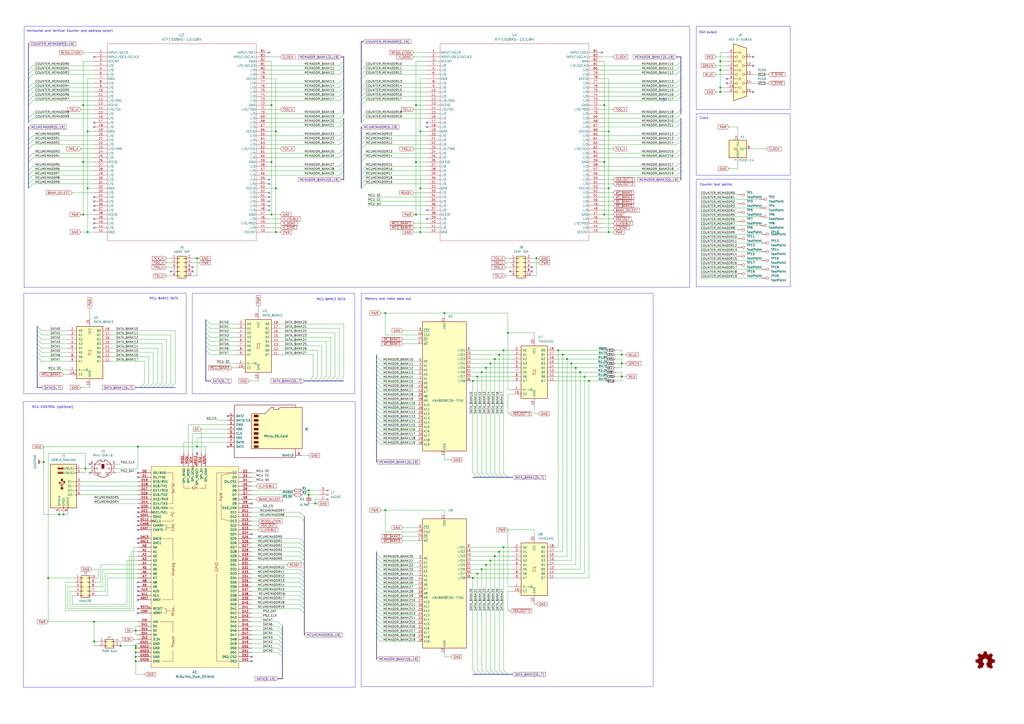
<source format=kicad_sch>
(kicad_sch (version 20231120) (generator "eeschema") (generator_version "8.0")
  (paper "A2")
  (title_block (title "VGA Dual Buffer Video") (date "2025-07-16") (rev "1"))
  (junction (at 69.85 374.65))
  (junction (at 34.29 298.45))
  (junction (at 157.48 124.46))
  (junction (at 274.32 335.28))
  (junction (at 78.74 365.76))
  (junction (at 243.84 76.2))
  (junction (at 27.94 335.28))
  (junction (at 353.06 109.22))
  (junction (at 160.02 134.62))
  (junction (at 48.26 60.96))
  (junction (at 241.3 60.96))
  (junction (at 182.88 292.1))
  (junction (at 292.1 317.5))
  (junction (at 25.4 267.97))
  (junction (at 243.84 134.62))
  (junction (at 284.48 210.82))
  (junction (at 281.94 213.36))
  (junction (at 274.32 220.98))
  (junction (at 80.01 259.08))
  (junction (at 49.53 271.78))
  (junction (at 179.07 287.02))
  (junction (at 336.55 215.9))
  (junction (at 276.86 332.74))
  (junction (at 339.09 218.44))
  (junction (at 350.52 60.96))
  (junction (at 331.47 210.82))
  (junction (at 417.83 40.64))
  (junction (at 417.83 35.56))
  (junction (at 289.56 320.04))
  (junction (at 160.02 76.2))
  (junction (at 311.15 149.86))
  (junction (at 36.83 298.45))
  (junction (at 50.8 109.22))
  (junction (at 157.48 60.96))
  (junction (at 241.3 124.46))
  (junction (at 78.74 374.65))
  (junction (at 281.94 327.66))
  (junction (at 114.3 259.08))
  (junction (at 353.06 134.62))
  (junction (at 289.56 205.74))
  (junction (at 78.74 381))
  (junction (at 48.26 93.98))
  (junction (at 257.81 181.61))
  (junction (at 360.68 205.74))
  (junction (at 284.48 325.12))
  (junction (at 417.83 53.34))
  (junction (at 179.07 284.48))
  (junction (at 341.63 220.98))
  (junction (at 48.26 124.46))
  (junction (at 78.74 378.46))
  (junction (at 294.64 193.04))
  (junction (at 360.68 218.44))
  (junction (at 350.52 93.98))
  (junction (at 54.61 372.11))
  (junction (at 243.84 109.22))
  (junction (at 54.61 360.68))
  (junction (at 287.02 322.58))
  (junction (at 417.83 50.8))
  (junction (at 334.01 213.36))
  (junction (at 241.3 93.98))
  (junction (at 360.68 210.82))
  (junction (at 50.8 76.2))
  (junction (at 279.4 215.9))
  (junction (at 160.02 109.22))
  (junction (at 328.93 208.28))
  (junction (at 78.74 383.54))
  (junction (at 276.86 218.44))
  (junction (at 114.3 149.86))
  (junction (at 353.06 76.2))
  (junction (at 323.85 203.2))
  (junction (at 50.8 134.62))
  (junction (at 350.52 124.46))
  (junction (at 279.4 330.2))
  (junction (at 78.74 375.92))
  (junction (at 223.52 181.61))
  (junction (at 157.48 93.98))
  (junction (at 292.1 203.2))
  (junction (at 287.02 208.28))
  (junction (at 326.39 205.74))
  (junction (at 223.52 295.91))
  (no_connect (at 54.61 73.66))
  (no_connect (at 156.21 119.38))
  (no_connect (at 146.05 383.54))
  (no_connect (at 247.65 73.66))
  (no_connect (at 436.88 53.34))
  (no_connect (at 80.01 340.36))
  (no_connect (at 80.01 274.32))
  (no_connect (at 156.21 121.92))
  (no_connect (at 156.21 106.68))
  (no_connect (at 80.01 342.9))
  (no_connect (at 54.61 119.38))
  (no_connect (at 132.08 259.08))
  (no_connect (at 421.64 48.26))
  (no_connect (at 52.07 269.24))
  (no_connect (at 349.25 30.48))
  (no_connect (at 54.61 132.08))
  (no_connect (at 80.01 314.96))
  (no_connect (at 308.61 154.94))
  (no_connect (at 436.88 33.02))
  (no_connect (at 146.05 292.1))
  (no_connect (at 80.01 337.82))
  (no_connect (at 114.3 262.89))
  (no_connect (at 54.61 116.84))
  (no_connect (at 54.61 121.92))
  (no_connect (at 99.06 157.48))
  (no_connect (at 80.01 312.42))
  (no_connect (at 156.21 111.76))
  (no_connect (at 295.91 157.48))
  (no_connect (at 146.05 309.88))
  (no_connect (at 156.21 104.14))
  (no_connect (at 111.76 157.48))
  (no_connect (at 436.88 38.1))
  (no_connect (at 54.61 127))
  (no_connect (at 80.01 297.18))
  (no_connect (at 54.61 114.3))
  (no_connect (at 156.21 116.84))
  (no_connect (at 146.05 381))
  (no_connect (at 308.61 157.48))
  (no_connect (at 54.61 33.02))
  (no_connect (at 54.61 71.12))
  (no_connect (at 80.01 347.98))
  (no_connect (at 247.65 121.92))
  (no_connect (at 80.01 304.8))
  (no_connect (at 80.01 302.26))
  (no_connect (at 80.01 299.72))
  (no_connect (at 80.01 345.44))
  (no_connect (at 80.01 276.86))
  (no_connect (at 80.01 355.6))
  (no_connect (at 52.07 274.32))
  (no_connect (at 421.64 45.72))
  (no_connect (at 132.08 241.3))
  (no_connect (at 80.01 294.64))
  (no_connect (at 111.76 154.94))
  (no_connect (at 156.21 30.48))
  (no_connect (at 247.65 127))
  (no_connect (at 80.01 353.06))
  (no_connect (at 80.01 307.34))
  (no_connect (at 247.65 71.12))
  (no_connect (at 54.61 129.54))
  (no_connect (at 156.21 114.3))
  (bus_entry (at 173.99 332.74) (size 2.54 2.54))
  (bus_entry (at 218.44 250.19) (size 2.54 2.54))
  (bus_entry (at 199.39 96.52) (size -2.54 2.54))
  (bus_entry (at 218.44 237.49) (size 2.54 2.54))
  (bus_entry (at 24.13 209.55) (size -2.54 -2.54))
  (bus_entry (at 196.85 48.26) (size 2.54 -2.54))
  (bus_entry (at 392.43 71.12) (size 2.54 -2.54))
  (bus_entry (at 88.9 222.25) (size -2.54 2.54))
  (bus_entry (at 392.43 38.1) (size 2.54 -2.54))
  (bus_entry (at 212.09 40.64) (size -2.54 2.54))
  (bus_entry (at 161.29 378.46) (size 2.54 2.54))
  (bus_entry (at 173.99 317.5) (size 2.54 2.54))
  (bus_entry (at 218.44 339.09) (size 2.54 2.54))
  (bus_entry (at 218.44 214.63) (size 2.54 2.54))
  (bus_entry (at 284.48 274.32) (size 2.54 2.54))
  (bus_entry (at 218.44 341.63) (size 2.54 2.54))
  (bus_entry (at 173.99 345.44) (size 2.54 2.54))
  (bus_entry (at 93.98 222.25) (size -2.54 2.54))
  (bus_entry (at 218.44 331.47) (size 2.54 2.54))
  (bus_entry (at 24.13 196.85) (size -2.54 -2.54))
  (bus_entry (at 218.44 207.01) (size 2.54 2.54))
  (bus_entry (at 289.56 274.32) (size 2.54 2.54))
  (bus_entry (at 218.44 356.87) (size 2.54 2.54))
  (bus_entry (at 19.05 96.52) (size -2.54 2.54))
  (bus_entry (at 394.97 66.04) (size -2.54 2.54))
  (bus_entry (at 274.32 274.32) (size 2.54 2.54))
  (bus_entry (at 173.99 347.98) (size 2.54 2.54))
  (bus_entry (at 212.09 55.88) (size -2.54 2.54))
  (bus_entry (at 19.05 48.26) (size -2.54 2.54))
  (bus_entry (at 173.99 337.82) (size 2.54 2.54))
  (bus_entry (at 212.09 106.68) (size -2.54 2.54))
  (bus_entry (at 196.85 218.44) (size -2.54 2.54))
  (bus_entry (at 392.43 43.18) (size 2.54 -2.54))
  (bus_entry (at 19.05 66.04) (size -2.54 2.54))
  (bus_entry (at 161.29 373.38) (size 2.54 2.54))
  (bus_entry (at 173.99 297.18) (size 2.54 2.54))
  (bus_entry (at 392.43 88.9) (size 2.54 -2.54))
  (bus_entry (at 173.99 299.72) (size 2.54 2.54))
  (bus_entry (at 212.09 96.52) (size -2.54 2.54))
  (bus_entry (at 394.97 99.06) (size -2.54 2.54))
  (bus_entry (at 218.44 351.79) (size 2.54 2.54))
  (bus_entry (at 212.09 91.44) (size -2.54 2.54))
  (bus_entry (at 99.06 222.25) (size -2.54 2.54))
  (bus_entry (at 196.85 83.82) (size 2.54 -2.54))
  (bus_entry (at 173.99 353.06) (size 2.54 2.54))
  (bus_entry (at 196.85 40.64) (size 2.54 -2.54))
  (bus_entry (at 191.77 218.44) (size -2.54 2.54))
  (bus_entry (at 394.97 63.5) (size -2.54 2.54))
  (bus_entry (at 212.09 68.58) (size -2.54 2.54))
  (bus_entry (at 181.61 218.44) (size -2.54 2.54))
  (bus_entry (at 173.99 325.12) (size 2.54 2.54))
  (bus_entry (at 392.43 91.44) (size 2.54 -2.54))
  (bus_entry (at 276.86 388.62) (size 2.54 2.54))
  (bus_entry (at 199.39 63.5) (size -2.54 2.54))
  (bus_entry (at 19.05 50.8) (size -2.54 2.54))
  (bus_entry (at 196.85 71.12) (size 2.54 -2.54))
  (bus_entry (at 218.44 212.09) (size 2.54 2.54))
  (bus_entry (at 212.09 83.82) (size -2.54 2.54))
  (bus_entry (at 212.09 88.9) (size -2.54 2.54))
  (bus_entry (at 19.05 55.88) (size -2.54 2.54))
  (bus_entry (at 392.43 78.74) (size 2.54 -2.54))
  (bus_entry (at 212.09 78.74) (size -2.54 2.54))
  (bus_entry (at 19.05 81.28) (size -2.54 2.54))
  (bus_entry (at 19.05 68.58) (size -2.54 2.54))
  (bus_entry (at 212.09 58.42) (size -2.54 2.54))
  (bus_entry (at 289.56 388.62) (size 2.54 2.54))
  (bus_entry (at 218.44 252.73) (size 2.54 2.54))
  (bus_entry (at 218.44 334.01) (size 2.54 2.54))
  (bus_entry (at 196.85 38.1) (size 2.54 -2.54))
  (bus_entry (at 218.44 217.17) (size 2.54 2.54))
  (bus_entry (at 212.09 48.26) (size -2.54 2.54))
  (bus_entry (at 196.85 43.18) (size 2.54 -2.54))
  (bus_entry (at 161.29 375.92) (size 2.54 2.54))
  (bus_entry (at 96.52 222.25) (size -2.54 2.54))
  (bus_entry (at 292.1 274.32) (size 2.54 2.54))
  (bus_entry (at 218.44 227.33) (size 2.54 2.54))
  (bus_entry (at 173.99 340.36) (size 2.54 2.54))
  (bus_entry (at 24.13 191.77) (size -2.54 -2.54))
  (bus_entry (at 194.31 218.44) (size -2.54 2.54))
  (bus_entry (at 212.09 104.14) (size -2.54 2.54))
  (bus_entry (at 218.44 359.41) (size 2.54 2.54))
  (bus_entry (at 24.13 201.93) (size -2.54 -2.54))
  (bus_entry (at 218.44 364.49) (size 2.54 2.54))
  (bus_entry (at 19.05 104.14) (size -2.54 2.54))
  (bus_entry (at 274.32 388.62) (size 2.54 2.54))
  (bus_entry (at 189.23 218.44) (size -2.54 2.54))
  (bus_entry (at 392.43 96.52) (size 2.54 -2.54))
  (bus_entry (at 392.43 73.66) (size 2.54 -2.54))
  (bus_entry (at 121.92 193.04) (size -2.54 -2.54))
  (bus_entry (at 218.44 336.55) (size 2.54 2.54))
  (bus_entry (at 196.85 81.28) (size 2.54 -2.54))
  (bus_entry (at 218.44 369.57) (size 2.54 2.54))
  (bus_entry (at 218.44 328.93) (size 2.54 2.54))
  (bus_entry (at 394.97 96.52) (size -2.54 2.54))
  (bus_entry (at 173.99 350.52) (size 2.54 2.54))
  (bus_entry (at 196.85 78.74) (size 2.54 -2.54))
  (bus_entry (at 24.13 207.01) (size -2.54 -2.54))
  (bus_entry (at 101.6 222.25) (size -2.54 2.54))
  (bus_entry (at 281.94 274.32) (size 2.54 2.54))
  (bus_entry (at 173.99 314.96) (size 2.54 2.54))
  (bus_entry (at 196.85 55.88) (size 2.54 -2.54))
  (bus_entry (at 161.29 370.84) (size 2.54 2.54))
  (bus_entry (at 276.86 274.32) (size 2.54 2.54))
  (bus_entry (at 218.44 229.87) (size 2.54 2.54))
  (bus_entry (at 121.92 198.12) (size -2.54 -2.54))
  (bus_entry (at 173.99 312.42) (size 2.54 2.54))
  (bus_entry (at 186.69 218.44) (size -2.54 2.54))
  (bus_entry (at 218.44 240.03) (size 2.54 2.54))
  (bus_entry (at 281.94 388.62) (size 2.54 2.54))
  (bus_entry (at 218.44 224.79) (size 2.54 2.54))
  (bus_entry (at 19.05 91.44) (size -2.54 2.54))
  (bus_entry (at 196.85 91.44) (size 2.54 -2.54))
  (bus_entry (at 218.44 255.27) (size 2.54 2.54))
  (bus_entry (at 19.05 53.34) (size -2.54 2.54))
  (bus_entry (at 19.05 38.1) (size -2.54 2.54))
  (bus_entry (at 284.48 388.62) (size 2.54 2.54))
  (bus_entry (at 392.43 50.8) (size 2.54 -2.54))
  (bus_entry (at 199.39 66.04) (size -2.54 2.54))
  (bus_entry (at 212.09 53.34) (size -2.54 2.54))
  (bus_entry (at 218.44 361.95) (size 2.54 2.54))
  (bus_entry (at 173.99 335.28) (size 2.54 2.54))
  (bus_entry (at 161.29 368.3) (size 2.54 2.54))
  (bus_entry (at 218.44 349.25) (size 2.54 2.54))
  (bus_entry (at 121.92 205.74) (size -2.54 -2.54))
  (bus_entry (at 196.85 96.52) (size 2.54 -2.54))
  (bus_entry (at 212.09 101.6) (size -2.54 2.54))
  (bus_entry (at 19.05 83.82) (size -2.54 2.54))
  (bus_entry (at 287.02 388.62) (size 2.54 2.54))
  (bus_entry (at 218.44 247.65) (size 2.54 2.54))
  (bus_entry (at 19.05 99.06) (size -2.54 2.54))
  (bus_entry (at 184.15 218.44) (size -2.54 2.54))
  (bus_entry (at 121.92 190.5) (size -2.54 -2.54))
  (bus_entry (at 279.4 388.62) (size 2.54 2.54))
  (bus_entry (at 218.44 367.03) (size 2.54 2.54))
  (bus_entry (at 161.29 365.76) (size 2.54 2.54))
  (bus_entry (at 218.44 232.41) (size 2.54 2.54))
  (bus_entry (at 173.99 320.04) (size 2.54 2.54))
  (bus_entry (at 218.44 209.55) (size 2.54 2.54))
  (bus_entry (at 196.85 73.66) (size 2.54 -2.54))
  (bus_entry (at 199.39 218.44) (size -2.54 2.54))
  (bus_entry (at 121.92 200.66) (size -2.54 -2.54))
  (bus_entry (at 19.05 58.42) (size -2.54 2.54))
  (bus_entry (at 121.92 203.2) (size -2.54 -2.54))
  (bus_entry (at 19.05 40.64) (size -2.54 2.54))
  (bus_entry (at 218.44 222.25) (size 2.54 2.54))
  (bus_entry (at 91.44 222.25) (size -2.54 2.54))
  (bus_entry (at 218.44 323.85) (size 2.54 2.54))
  (bus_entry (at 392.43 83.82) (size 2.54 -2.54))
  (bus_entry (at 196.85 58.42) (size 2.54 -2.54))
  (bus_entry (at 19.05 88.9) (size -2.54 2.54))
  (bus_entry (at 24.13 199.39) (size -2.54 -2.54))
  (bus_entry (at 121.92 187.96) (size -2.54 -2.54))
  (bus_entry (at 218.44 326.39) (size 2.54 2.54))
  (bus_entry (at 392.43 40.64) (size 2.54 -2.54))
  (bus_entry (at 392.43 55.88) (size 2.54 -2.54))
  (bus_entry (at 218.44 242.57) (size 2.54 2.54))
  (bus_entry (at 392.43 58.42) (size 2.54 -2.54))
  (bus_entry (at 19.05 106.68) (size -2.54 2.54))
  (bus_entry (at 218.44 234.95) (size 2.54 2.54))
  (bus_entry (at 212.09 43.18) (size -2.54 2.54))
  (bus_entry (at 218.44 245.11) (size 2.54 2.54))
  (bus_entry (at 292.1 388.62) (size 2.54 2.54))
  (bus_entry (at 19.05 78.74) (size -2.54 2.54))
  (bus_entry (at 392.43 81.28) (size 2.54 -2.54))
  (bus_entry (at 212.09 38.1) (size -2.54 2.54))
  (bus_entry (at 212.09 66.04) (size -2.54 2.54))
  (bus_entry (at 199.39 99.06) (size -2.54 2.54))
  (bus_entry (at 161.29 360.68) (size 2.54 2.54))
  (bus_entry (at 218.44 346.71) (size 2.54 2.54))
  (bus_entry (at 287.02 274.32) (size 2.54 2.54))
  (bus_entry (at 212.09 50.8) (size -2.54 2.54))
  (bus_entry (at 173.99 322.58) (size 2.54 2.54))
  (bus_entry (at 121.92 195.58) (size -2.54 -2.54))
  (bus_entry (at 86.36 222.25) (size -2.54 2.54))
  (bus_entry (at 392.43 53.34) (size 2.54 -2.54))
  (bus_entry (at 218.44 321.31) (size 2.54 2.54))
  (bus_entry (at 83.82 222.25) (size -2.54 2.54))
  (bus_entry (at 24.13 194.31) (size -2.54 -2.54))
  (bus_entry (at 218.44 219.71) (size 2.54 2.54))
  (bus_entry (at 212.09 81.28) (size -2.54 2.54))
  (bus_entry (at 279.4 274.32) (size 2.54 2.54))
  (bus_entry (at 173.99 342.9) (size 2.54 2.54))
  (bus_entry (at 173.99 330.2) (size 2.54 2.54))
  (bus_entry (at 392.43 48.26) (size 2.54 -2.54))
  (bus_entry (at 196.85 50.8) (size 2.54 -2.54))
  (bus_entry (at 19.05 101.6) (size -2.54 2.54))
  (bus_entry (at 19.05 43.18) (size -2.54 2.54))
  (bus_entry (at 218.44 354.33) (size 2.54 2.54))
  (bus_entry (at 161.29 363.22) (size 2.54 2.54))
  (bus_entry (at 218.44 344.17) (size 2.54 2.54))
  (bus_entry (at 196.85 53.34) (size 2.54 -2.54))
  (bus_entry (at 196.85 88.9) (size 2.54 -2.54))
  (bus_entry (at 212.09 99.06) (size -2.54 2.54))
  (bus_entry (at 24.13 204.47) (size -2.54 -2.54))
  (bus (pts (xy 16.51 45.72) (xy 16.51 50.8)))
  (bus (pts (xy 199.39 96.52) (xy 199.39 93.98)))
  (wire (pts (xy 273.05 335.28) (xy 274.32 335.28)))
  (wire (pts (xy 349.25 99.06) (xy 392.43 99.06)))
  (wire (pts (xy 406.4 161.29) (xy 441.96 161.29)))
  (wire (pts (xy 242.57 212.09) (xy 220.98 212.09)))
  (wire (pts (xy 54.61 360.68) (xy 80.01 360.68)))
  (wire (pts (xy 80.01 327.66) (xy 58.42 327.66)))
  (wire (pts (xy 257.81 266.7) (xy 261.62 266.7)))
  (wire (pts (xy 334.01 213.36) (xy 334.01 327.66)))
  (wire (pts (xy 46.99 124.46) (xy 48.26 124.46)))
  (wire (pts (xy 350.52 93.98) (xy 350.52 60.96)))
  (wire (pts (xy 294.64 340.36) (xy 294.64 307.34)))
  (wire (pts (xy 349.25 48.26) (xy 392.43 48.26)))
  (bus (pts (xy 81.28 224.79) (xy 83.82 224.79)))
  (wire (pts (xy 242.57 351.79) (xy 220.98 351.79)))
  (wire (pts (xy 415.29 38.1) (xy 421.64 38.1)))
  (wire (pts (xy 297.18 228.6) (xy 294.64 228.6)))
  (wire (pts (xy 156.21 43.18) (xy 196.85 43.18)))
  (bus (pts (xy 284.48 276.86) (xy 281.94 276.86)))
  (bus (pts (xy 176.53 340.36) (xy 176.53 342.9)))
  (wire (pts (xy 146.05 327.66) (xy 166.37 327.66)))
  (bus (pts (xy 209.55 86.36) (xy 209.55 91.44)))
  (wire (pts (xy 186.69 200.66) (xy 186.69 218.44)))
  (wire (pts (xy 444.5 48.26) (xy 445.77 48.26)))
  (bus (pts (xy 394.97 35.56) (xy 394.97 38.1)))
  (wire (pts (xy 276.86 388.62) (xy 276.86 332.74)))
  (wire (pts (xy 406.4 153.67) (xy 427.99 153.67)))
  (bus (pts (xy 209.55 53.34) (xy 209.55 55.88)))
  (bus (pts (xy 218.44 227.33) (xy 218.44 229.87)))
  (wire (pts (xy 212.09 91.44) (xy 247.65 91.44)))
  (bus (pts (xy 218.44 323.85) (xy 218.44 326.39)))
  (bus (pts (xy 199.39 33.02) (xy 199.39 35.56)))
  (wire (pts (xy 289.56 320.04) (xy 289.56 388.62)))
  (wire (pts (xy 91.44 201.93) (xy 91.44 222.25)))
  (bus (pts (xy 394.97 96.52) (xy 394.97 93.98)))
  (wire (pts (xy 19.05 58.42) (xy 54.61 58.42)))
  (bus (pts (xy 163.83 370.84) (xy 163.83 368.3)))
  (wire (pts (xy 60.96 342.9) (xy 55.88 342.9)))
  (wire (pts (xy 27.94 360.68) (xy 54.61 360.68)))
  (wire (pts (xy 242.57 336.55) (xy 220.98 336.55)))
  (wire (pts (xy 160.02 134.62) (xy 162.56 134.62)))
  (wire (pts (xy 356.87 210.82) (xy 360.68 210.82)))
  (wire (pts (xy 273.05 322.58) (xy 287.02 322.58)))
  (wire (pts (xy 179.07 284.48) (xy 185.42 284.48)))
  (wire (pts (xy 349.25 91.44) (xy 392.43 91.44)))
  (wire (pts (xy 212.09 40.64) (xy 247.65 40.64)))
  (wire (pts (xy 78.74 363.22) (xy 80.01 363.22)))
  (wire (pts (xy 294.64 354.33) (xy 295.91 354.33)))
  (bus (pts (xy 199.39 45.72) (xy 199.39 48.26)))
  (wire (pts (xy 292.1 317.5) (xy 297.18 317.5)))
  (bus (pts (xy 161.29 393.7) (xy 163.83 393.7)))
  (wire (pts (xy 223.52 295.91) (xy 220.98 295.91)))
  (wire (pts (xy 279.4 388.62) (xy 279.4 330.2)))
  (wire (pts (xy 242.57 219.71) (xy 220.98 219.71)))
  (wire (pts (xy 34.29 298.45) (xy 36.83 298.45)))
  (wire (pts (xy 349.25 50.8) (xy 392.43 50.8)))
  (wire (pts (xy 96.52 154.94) (xy 99.06 154.94)))
  (wire (pts (xy 406.4 143.51) (xy 427.99 143.51)))
  (bus (pts (xy 274.32 391.16) (xy 276.86 391.16)))
  (wire (pts (xy 88.9 204.47) (xy 88.9 222.25)))
  (bus (pts (xy 218.44 346.71) (xy 218.44 349.25)))
  (wire (pts (xy 308.61 149.86) (xy 311.15 149.86)))
  (bus (pts (xy 176.53 314.96) (xy 176.53 317.5)))
  (wire (pts (xy 76.2 320.04) (xy 76.2 353.06)))
  (wire (pts (xy 294.64 307.34) (xy 309.88 307.34)))
  (wire (pts (xy 349.25 38.1) (xy 392.43 38.1)))
  (wire (pts (xy 350.52 124.46) (xy 349.25 124.46)))
  (bus (pts (xy 16.51 68.58) (xy 16.51 71.12)))
  (wire (pts (xy 273.05 220.98) (xy 274.32 220.98)))
  (wire (pts (xy 240.03 30.48) (xy 247.65 30.48)))
  (wire (pts (xy 287.02 322.58) (xy 297.18 322.58)))
  (wire (pts (xy 48.26 60.96) (xy 48.26 35.56)))
  (wire (pts (xy 360.68 220.98) (xy 356.87 220.98)))
  (wire (pts (xy 406.4 120.65) (xy 440.69 120.65)))
  (wire (pts (xy 223.52 194.31) (xy 242.57 194.31)))
  (wire (pts (xy 156.21 127) (xy 162.56 127)))
  (wire (pts (xy 417.83 30.48) (xy 417.83 35.56)))
  (wire (pts (xy 240.03 129.54) (xy 247.65 129.54)))
  (wire (pts (xy 156.21 101.6) (xy 196.85 101.6)))
  (polyline (pts (xy 13.716 170.18) (xy 13.716 228.346)))
  (bus (pts (xy 218.44 237.49) (xy 218.44 240.03)))
  (wire (pts (xy 349.25 119.38) (xy 355.6 119.38)))
  (bus (pts (xy 209.55 83.82) (xy 209.55 86.36)))
  (wire (pts (xy 363.22 218.44) (xy 360.68 218.44)))
  (wire (pts (xy 349.25 93.98) (xy 350.52 93.98)))
  (bus (pts (xy 209.55 45.72) (xy 209.55 50.8)))
  (wire (pts (xy 241.3 60.96) (xy 241.3 35.56)))
  (bus (pts (xy 176.53 327.66) (xy 176.53 332.74)))
  (wire (pts (xy 46.99 134.62) (xy 50.8 134.62)))
  (wire (pts (xy 293.37 160.02) (xy 295.91 160.02)))
  (wire (pts (xy 281.94 388.62) (xy 281.94 327.66)))
  (wire (pts (xy 60.96 332.74) (xy 60.96 342.9)))
  (bus (pts (xy 199.39 104.14) (xy 198.12 104.14)))
  (wire (pts (xy 212.09 43.18) (xy 247.65 43.18)))
  (wire (pts (xy 156.21 73.66) (xy 196.85 73.66)))
  (wire (pts (xy 353.06 134.62) (xy 355.6 134.62)))
  (bus (pts (xy 218.44 242.57) (xy 218.44 245.11)))
  (wire (pts (xy 96.52 149.86) (xy 99.06 149.86)))
  (wire (pts (xy 212.09 83.82) (xy 247.65 83.82)))
  (wire (pts (xy 19.05 88.9) (xy 54.61 88.9)))
  (wire (pts (xy 162.56 203.2) (xy 184.15 203.2)))
  (wire (pts (xy 297.18 226.06) (xy 294.64 226.06)))
  (bus (pts (xy 218.44 331.47) (xy 218.44 334.01)))
  (wire (pts (xy 52.07 224.79) (xy 46.99 224.79)))
  (bus (pts (xy 287.02 391.16) (xy 284.48 391.16)))
  (wire (pts (xy 77.47 370.84) (xy 80.01 370.84)))
  (bus (pts (xy 189.23 220.98) (xy 191.77 220.98)))
  (bus (pts (xy 289.56 391.16) (xy 287.02 391.16)))
  (wire (pts (xy 146.05 373.38) (xy 161.29 373.38)))
  (bus (pts (xy 218.44 205.74) (xy 218.44 207.01)))
  (wire (pts (xy 78.74 373.38) (xy 78.74 374.65)))
  (wire (pts (xy 40.64 351.79) (xy 74.93 351.79)))
  (bus (pts (xy 176.53 322.58) (xy 176.53 325.12)))
  (wire (pts (xy 173.99 335.28) (xy 146.05 335.28)))
  (wire (pts (xy 309.88 307.34) (xy 309.88 309.88)))
  (wire (pts (xy 24.13 204.47) (xy 39.37 204.47)))
  (bus (pts (xy 218.44 354.33) (xy 218.44 356.87)))
  (wire (pts (xy 341.63 220.98) (xy 351.79 220.98)))
  (wire (pts (xy 311.15 149.86) (xy 311.15 160.02)))
  (bus (pts (xy 24.13 224.79) (xy 21.59 224.79)))
  (wire (pts (xy 116.84 248.92) (xy 132.08 248.92)))
  (wire (pts (xy 156.21 58.42) (xy 196.85 58.42)))
  (wire (pts (xy 146.05 317.5) (xy 173.99 317.5)))
  (wire (pts (xy 146.05 274.32) (xy 148.59 274.32)))
  (wire (pts (xy 179.07 284.48) (xy 179.07 287.02)))
  (wire (pts (xy 24.13 209.55) (xy 39.37 209.55)))
  (wire (pts (xy 156.21 129.54) (xy 162.56 129.54)))
  (bus (pts (xy 292.1 391.16) (xy 289.56 391.16)))
  (bus (pts (xy 218.44 356.87) (xy 218.44 359.41)))
  (wire (pts (xy 406.4 151.13) (xy 441.96 151.13)))
  (wire (pts (xy 173.99 340.36) (xy 146.05 340.36)))
  (wire (pts (xy 53.34 330.2) (xy 57.15 330.2)))
  (wire (pts (xy 24.13 191.77) (xy 39.37 191.77)))
  (bus (pts (xy 163.83 373.38) (xy 163.83 370.84)))
  (wire (pts (xy 242.57 323.85) (xy 220.98 323.85)))
  (bus (pts (xy 191.77 220.98) (xy 194.31 220.98)))
  (wire (pts (xy 119.38 259.08) (xy 119.38 262.89)))
  (bus (pts (xy 199.39 86.36) (xy 199.39 88.9)))
  (wire (pts (xy 349.25 45.72) (xy 353.06 45.72)))
  (wire (pts (xy 27.94 335.28) (xy 27.94 360.68)))
  (wire (pts (xy 273.05 205.74) (xy 289.56 205.74)))
  (wire (pts (xy 242.57 224.79) (xy 220.98 224.79)))
  (wire (pts (xy 46.99 63.5) (xy 54.61 63.5)))
  (wire (pts (xy 241.3 60.96) (xy 247.65 60.96)))
  (wire (pts (xy 444.5 43.18) (xy 445.77 43.18)))
  (wire (pts (xy 46.99 271.78) (xy 49.53 271.78)))
  (wire (pts (xy 322.58 327.66) (xy 334.01 327.66)))
  (bus (pts (xy 176.53 347.98) (xy 176.53 350.52)))
  (wire (pts (xy 106.68 256.54) (xy 132.08 256.54)))
  (wire (pts (xy 328.93 208.28) (xy 328.93 322.58)))
  (wire (pts (xy 156.21 60.96) (xy 157.48 60.96)))
  (wire (pts (xy 273.05 215.9) (xy 279.4 215.9)))
  (bus (pts (xy 218.44 349.25) (xy 218.44 351.79)))
  (wire (pts (xy 146.05 347.98) (xy 173.99 347.98)))
  (wire (pts (xy 80.01 330.2) (xy 59.69 330.2)))
  (wire (pts (xy 293.37 149.86) (xy 295.91 149.86)))
  (wire (pts (xy 67.31 271.78) (xy 80.01 271.78)))
  (wire (pts (xy 349.25 104.14) (xy 355.6 104.14)))
  (wire (pts (xy 297.18 340.36) (xy 294.64 340.36)))
  (wire (pts (xy 257.81 295.91) (xy 257.81 298.45)))
  (wire (pts (xy 96.52 160.02) (xy 99.06 160.02)))
  (wire (pts (xy 49.53 262.89) (xy 27.94 262.89)))
  (wire (pts (xy 294.64 342.9) (xy 294.64 354.33)))
  (wire (pts (xy 242.57 242.57) (xy 220.98 242.57)))
  (wire (pts (xy 156.21 91.44) (xy 196.85 91.44)))
  (wire (pts (xy 78.74 378.46) (xy 78.74 381)))
  (wire (pts (xy 157.48 124.46) (xy 156.21 124.46)))
  (wire (pts (xy 80.01 368.3) (xy 78.74 368.3)))
  (wire (pts (xy 356.87 205.74) (xy 360.68 205.74)))
  (wire (pts (xy 182.88 289.56) (xy 182.88 292.1)))
  (bus (pts (xy 209.55 60.96) (xy 209.55 68.58)))
  (wire (pts (xy 19.05 91.44) (xy 54.61 91.44)))
  (bus (pts (xy 218.44 359.41) (xy 218.44 361.95)))
  (wire (pts (xy 243.84 76.2) (xy 247.65 76.2)))
  (wire (pts (xy 181.61 218.44) (xy 181.61 205.74)))
  (bus (pts (xy 209.55 101.6) (xy 209.55 104.14)))
  (wire (pts (xy 294.64 226.06) (xy 294.64 193.04)))
  (wire (pts (xy 242.57 364.49) (xy 220.98 364.49)))
  (wire (pts (xy 48.26 93.98) (xy 48.26 124.46)))
  (wire (pts (xy 43.18 342.9) (xy 40.64 342.9)))
  (wire (pts (xy 111.76 262.89) (xy 111.76 251.46)))
  (wire (pts (xy 212.09 81.28) (xy 247.65 81.28)))
  (bus (pts (xy 186.69 220.98) (xy 189.23 220.98)))
  (wire (pts (xy 27.94 262.89) (xy 27.94 335.28)))
  (wire (pts (xy 156.21 40.64) (xy 196.85 40.64)))
  (wire (pts (xy 223.52 308.61) (xy 242.57 308.61)))
  (wire (pts (xy 78.74 381) (xy 80.01 381)))
  (wire (pts (xy 421.64 30.48) (xy 417.83 30.48)))
  (wire (pts (xy 242.57 209.55) (xy 220.98 209.55)))
  (bus (pts (xy 119.38 200.66) (xy 119.38 203.2)))
  (wire (pts (xy 279.4 274.32) (xy 279.4 215.9)))
  (wire (pts (xy 242.57 245.11) (xy 220.98 245.11)))
  (wire (pts (xy 213.36 119.38) (xy 247.65 119.38)))
  (bus (pts (xy 209.55 55.88) (xy 209.55 58.42)))
  (wire (pts (xy 212.09 68.58) (xy 247.65 68.58)))
  (wire (pts (xy 36.83 298.45) (xy 39.37 298.45)))
  (bus (pts (xy 284.48 391.16) (xy 281.94 391.16)))
  (wire (pts (xy 242.57 255.27) (xy 220.98 255.27)))
  (bus (pts (xy 88.9 224.79) (xy 91.44 224.79)))
  (wire (pts (xy 34.29 297.18) (xy 34.29 298.45)))
  (wire (pts (xy 134.62 213.36) (xy 137.16 213.36)))
  (bus (pts (xy 209.55 73.66) (xy 209.55 81.28)))
  (bus (pts (xy 119.38 195.58) (xy 119.38 198.12)))
  (wire (pts (xy 50.8 134.62) (xy 54.61 134.62)))
  (bus (pts (xy 394.97 50.8) (xy 394.97 53.34)))
  (wire (pts (xy 427.99 78.74) (xy 427.99 73.66)))
  (wire (pts (xy 114.3 254) (xy 114.3 259.08)))
  (wire (pts (xy 121.92 187.96) (xy 137.16 187.96)))
  (wire (pts (xy 156.21 134.62) (xy 160.02 134.62)))
  (bus (pts (xy 163.83 381) (xy 163.83 393.7)))
  (wire (pts (xy 435.61 86.36) (xy 444.5 86.36)))
  (bus (pts (xy 218.44 217.17) (xy 218.44 219.71)))
  (bus (pts (xy 218.44 240.03) (xy 218.44 242.57)))
  (wire (pts (xy 111.76 251.46) (xy 132.08 251.46)))
  (bus (pts (xy 218.44 214.63) (xy 218.44 217.17)))
  (wire (pts (xy 334.01 213.36) (xy 351.79 213.36)))
  (wire (pts (xy 191.77 195.58) (xy 191.77 218.44)))
  (wire (pts (xy 293.37 152.4) (xy 295.91 152.4)))
  (wire (pts (xy 116.84 262.89) (xy 116.84 248.92)))
  (wire (pts (xy 24.13 201.93) (xy 39.37 201.93)))
  (wire (pts (xy 96.52 196.85) (xy 96.52 222.25)))
  (wire (pts (xy 353.06 109.22) (xy 353.06 134.62)))
  (wire (pts (xy 24.13 199.39) (xy 39.37 199.39)))
  (wire (pts (xy 36.83 217.17) (xy 39.37 217.17)))
  (bus (pts (xy 16.51 40.64) (xy 16.51 43.18)))
  (bus (pts (xy 119.38 198.12) (xy 119.38 200.66)))
  (wire (pts (xy 308.61 152.4) (xy 312.42 152.4)))
  (bus (pts (xy 199.39 86.36) (xy 199.39 81.28)))
  (wire (pts (xy 309.88 193.04) (xy 309.88 195.58)))
  (wire (pts (xy 353.06 134.62) (xy 349.25 134.62)))
  (wire (pts (xy 39.37 340.36) (xy 43.18 340.36)))
  (wire (pts (xy 242.57 240.03) (xy 220.98 240.03)))
  (wire (pts (xy 436.88 48.26) (xy 439.42 48.26)))
  (bus (pts (xy 394.97 63.5) (xy 394.97 66.04)))
  (wire (pts (xy 212.09 66.04) (xy 247.65 66.04)))
  (wire (pts (xy 353.06 76.2) (xy 353.06 109.22)))
  (wire (pts (xy 146.05 353.06) (xy 173.99 353.06)))
  (wire (pts (xy 349.25 35.56) (xy 350.52 35.56)))
  (wire (pts (xy 349.25 58.42) (xy 392.43 58.42)))
  (wire (pts (xy 175.26 287.02) (xy 179.07 287.02)))
  (bus (pts (xy 276.86 276.86) (xy 279.4 276.86)))
  (wire (pts (xy 78.74 383.54) (xy 78.74 391.16)))
  (wire (pts (xy 156.21 53.34) (xy 196.85 53.34)))
  (bus (pts (xy 184.15 220.98) (xy 186.69 220.98)))
  (wire (pts (xy 349.25 33.02) (xy 355.6 33.02)))
  (wire (pts (xy 96.52 152.4) (xy 99.06 152.4)))
  (wire (pts (xy 39.37 297.18) (xy 39.37 298.45)))
  (wire (pts (xy 182.88 292.1) (xy 184.15 292.1)))
  (wire (pts (xy 125.73 243.84) (xy 132.08 243.84)))
  (wire (pts (xy 73.66 325.12) (xy 73.66 350.52)))
  (wire (pts (xy 212.09 53.34) (xy 247.65 53.34)))
  (wire (pts (xy 287.02 274.32) (xy 287.02 208.28)))
  (wire (pts (xy 242.57 369.57) (xy 220.98 369.57)))
  (bus (pts (xy 289.56 276.86) (xy 287.02 276.86)))
  (bus (pts (xy 196.85 220.98) (xy 194.31 220.98)))
  (wire (pts (xy 39.37 353.06) (xy 39.37 340.36)))
  (wire (pts (xy 242.57 237.49) (xy 220.98 237.49)))
  (wire (pts (xy 284.48 325.12) (xy 284.48 388.62)))
  (wire (pts (xy 349.25 71.12) (xy 392.43 71.12)))
  (bus (pts (xy 218.44 367.03) (xy 218.44 369.57)))
  (wire (pts (xy 284.48 210.82) (xy 297.18 210.82)))
  (wire (pts (xy 19.05 68.58) (xy 54.61 68.58)))
  (bus (pts (xy 218.44 224.79) (xy 218.44 227.33)))
  (wire (pts (xy 273.05 330.2) (xy 279.4 330.2)))
  (wire (pts (xy 257.81 295.91) (xy 223.52 295.91)))
  (wire (pts (xy 175.26 264.16) (xy 179.07 264.16)))
  (wire (pts (xy 194.31 193.04) (xy 194.31 218.44)))
  (bus (pts (xy 394.97 48.26) (xy 394.97 50.8)))
  (bus (pts (xy 199.39 40.64) (xy 199.39 45.72)))
  (wire (pts (xy 242.57 234.95) (xy 220.98 234.95)))
  (wire (pts (xy 156.21 45.72) (xy 160.02 45.72)))
  (bus (pts (xy 199.39 71.12) (xy 199.39 76.2)))
  (bus (pts (xy 181.61 220.98) (xy 184.15 220.98)))
  (bus (pts (xy 176.53 332.74) (xy 176.53 335.28)))
  (wire (pts (xy 146.05 322.58) (xy 173.99 322.58)))
  (wire (pts (xy 36.83 297.18) (xy 36.83 298.45)))
  (wire (pts (xy 64.77 196.85) (xy 96.52 196.85)))
  (bus (pts (xy 21.59 207.01) (xy 21.59 224.79)))
  (bus (pts (xy 199.39 68.58) (xy 199.39 71.12)))
  (bus (pts (xy 394.97 33.02) (xy 394.97 35.56)))
  (wire (pts (xy 146.05 345.44) (xy 173.99 345.44)))
  (wire (pts (xy 146.05 375.92) (xy 161.29 375.92)))
  (wire (pts (xy 50.8 76.2) (xy 50.8 109.22)))
  (bus (pts (xy 218.44 219.71) (xy 218.44 222.25)))
  (wire (pts (xy 146.05 330.2) (xy 173.99 330.2)))
  (wire (pts (xy 146.05 281.94) (xy 148.59 281.94)))
  (wire (pts (xy 406.4 133.35) (xy 427.99 133.35)))
  (wire (pts (xy 19.05 81.28) (xy 54.61 81.28)))
  (wire (pts (xy 339.09 218.44) (xy 351.79 218.44)))
  (wire (pts (xy 146.05 297.18) (xy 173.99 297.18)))
  (wire (pts (xy 241.3 93.98) (xy 241.3 60.96)))
  (wire (pts (xy 146.05 304.8) (xy 149.86 304.8)))
  (wire (pts (xy 212.09 101.6) (xy 247.65 101.6)))
  (wire (pts (xy 273.05 203.2) (xy 292.1 203.2)))
  (bus (pts (xy 91.44 224.79) (xy 93.98 224.79)))
  (bus (pts (xy 199.39 88.9) (xy 199.39 93.98)))
  (wire (pts (xy 121.92 203.2) (xy 137.16 203.2)))
  (wire (pts (xy 109.22 246.38) (xy 132.08 246.38)))
  (wire (pts (xy 162.56 190.5) (xy 196.85 190.5)))
  (bus (pts (xy 176.53 320.04) (xy 176.53 322.58)))
  (wire (pts (xy 243.84 45.72) (xy 243.84 76.2)))
  (wire (pts (xy 48.26 93.98) (xy 54.61 93.98)))
  (wire (pts (xy 223.52 308.61) (xy 223.52 295.91)))
  (bus (pts (xy 199.39 63.5) (xy 199.39 66.04)))
  (wire (pts (xy 273.05 317.5) (xy 292.1 317.5)))
  (bus (pts (xy 218.44 222.25) (xy 218.44 224.79)))
  (bus (pts (xy 209.55 93.98) (xy 209.55 99.06)))
  (wire (pts (xy 276.86 274.32) (xy 276.86 218.44)))
  (wire (pts (xy 213.36 114.3) (xy 247.65 114.3)))
  (bus (pts (xy 218.44 252.73) (xy 218.44 255.27)))
  (bus (pts (xy 16.51 73.66) (xy 16.51 81.28)))
  (wire (pts (xy 19.05 104.14) (xy 54.61 104.14)))
  (wire (pts (xy 156.21 88.9) (xy 196.85 88.9)))
  (wire (pts (xy 62.23 345.44) (xy 55.88 345.44)))
  (wire (pts (xy 289.56 320.04) (xy 297.18 320.04)))
  (wire (pts (xy 54.61 374.65) (xy 57.15 374.65)))
  (bus (pts (xy 163.83 368.3) (xy 163.83 365.76)))
  (bus (pts (xy 176.53 342.9) (xy 176.53 345.44)))
  (wire (pts (xy 309.88 240.03) (xy 312.42 240.03)))
  (wire (pts (xy 322.58 317.5) (xy 323.85 317.5)))
  (wire (pts (xy 331.47 210.82) (xy 351.79 210.82)))
  (polyline (pts (xy 107.95 228.346) (xy 13.716 228.346)))
  (wire (pts (xy 406.4 113.03) (xy 427.99 113.03)))
  (wire (pts (xy 114.3 160.02) (xy 111.76 160.02)))
  (wire (pts (xy 292.1 274.32) (xy 292.1 203.2)))
  (wire (pts (xy 341.63 220.98) (xy 341.63 335.28)))
  (bus (pts (xy 21.59 189.23) (xy 21.59 191.77)))
  (wire (pts (xy 323.85 203.2) (xy 351.79 203.2)))
  (wire (pts (xy 64.77 201.93) (xy 91.44 201.93)))
  (wire (pts (xy 24.13 196.85) (xy 39.37 196.85)))
  (bus (pts (xy 294.64 276.86) (xy 292.1 276.86)))
  (wire (pts (xy 350.52 124.46) (xy 355.6 124.46)))
  (wire (pts (xy 349.25 88.9) (xy 392.43 88.9)))
  (wire (pts (xy 160.02 45.72) (xy 160.02 76.2)))
  (wire (pts (xy 273.05 327.66) (xy 281.94 327.66)))
  (wire (pts (xy 111.76 149.86) (xy 114.3 149.86)))
  (bus (pts (xy 83.82 224.79) (xy 86.36 224.79)))
  (wire (pts (xy 240.03 124.46) (xy 241.3 124.46)))
  (wire (pts (xy 240.03 111.76) (xy 247.65 111.76)))
  (wire (pts (xy 189.23 198.12) (xy 189.23 218.44)))
  (wire (pts (xy 24.13 207.01) (xy 39.37 207.01)))
  (wire (pts (xy 146.05 360.68) (xy 161.29 360.68)))
  (bus (pts (xy 199.39 55.88) (xy 199.39 63.5)))
  (wire (pts (xy 243.84 76.2) (xy 243.84 109.22)))
  (wire (pts (xy 287.02 208.28) (xy 297.18 208.28)))
  (wire (pts (xy 156.21 33.02) (xy 162.56 33.02)))
  (wire (pts (xy 78.74 365.76) (xy 80.01 365.76)))
  (wire (pts (xy 241.3 93.98) (xy 241.3 124.46)))
  (wire (pts (xy 322.58 215.9) (xy 336.55 215.9)))
  (bus (pts (xy 209.55 40.64) (xy 209.55 43.18)))
  (wire (pts (xy 64.77 204.47) (xy 88.9 204.47)))
  (wire (pts (xy 293.37 154.94) (xy 295.91 154.94)))
  (wire (pts (xy 173.99 337.82) (xy 146.05 337.82)))
  (wire (pts (xy 83.82 222.25) (xy 83.82 209.55)))
  (wire (pts (xy 179.07 287.02) (xy 185.42 287.02)))
  (wire (pts (xy 242.57 344.17) (xy 220.98 344.17)))
  (wire (pts (xy 240.03 33.02) (xy 247.65 33.02)))
  (bus (pts (xy 218.44 341.63) (xy 218.44 344.17)))
  (bus (pts (xy 218.44 250.19) (xy 218.44 252.73)))
  (wire (pts (xy 241.3 93.98) (xy 247.65 93.98)))
  (bus (pts (xy 199.39 38.1) (xy 199.39 40.64)))
  (bus (pts (xy 119.38 193.04) (xy 119.38 195.58)))
  (wire (pts (xy 294.64 193.04) (xy 294.64 181.61)))
  (wire (pts (xy 322.58 203.2) (xy 323.85 203.2)))
  (bus (pts (xy 199.39 33.02) (xy 198.12 33.02)))
  (bus (pts (xy 119.38 190.5) (xy 119.38 193.04)))
  (wire (pts (xy 54.61 292.1) (xy 80.01 292.1)))
  (wire (pts (xy 99.06 194.31) (xy 99.06 222.25)))
  (wire (pts (xy 62.23 335.28) (xy 62.23 345.44)))
  (wire (pts (xy 349.25 121.92) (xy 355.6 121.92)))
  (wire (pts (xy 48.26 93.98) (xy 48.26 60.96)))
  (wire (pts (xy 162.56 187.96) (xy 199.39 187.96)))
  (wire (pts (xy 78.74 375.92) (xy 78.74 378.46)))
  (wire (pts (xy 146.05 289.56) (xy 148.59 289.56)))
  (wire (pts (xy 322.58 322.58) (xy 328.93 322.58)))
  (wire (pts (xy 273.05 332.74) (xy 276.86 332.74)))
  (wire (pts (xy 349.25 86.36) (xy 355.6 86.36)))
  (wire (pts (xy 339.09 218.44) (xy 339.09 332.74)))
  (wire (pts (xy 242.57 252.73) (xy 220.98 252.73)))
  (wire (pts (xy 146.05 302.26) (xy 149.86 302.26)))
  (bus (pts (xy 16.51 81.28) (xy 16.51 83.82)))
  (wire (pts (xy 146.05 332.74) (xy 173.99 332.74)))
  (wire (pts (xy 242.57 334.01) (xy 220.98 334.01)))
  (wire (pts (xy 19.05 55.88) (xy 54.61 55.88)))
  (wire (pts (xy 242.57 222.25) (xy 220.98 222.25)))
  (wire (pts (xy 273.05 218.44) (xy 276.86 218.44)))
  (wire (pts (xy 242.57 346.71) (xy 220.98 346.71)))
  (bus (pts (xy 16.51 99.06) (xy 16.51 101.6)))
  (bus (pts (xy 176.53 337.82) (xy 176.53 340.36)))
  (wire (pts (xy 212.09 96.52) (xy 247.65 96.52)))
  (wire (pts (xy 52.07 179.07) (xy 52.07 184.15)))
  (bus (pts (xy 218.44 207.01) (xy 218.44 209.55)))
  (bus (pts (xy 176.53 325.12) (xy 176.53 327.66)))
  (wire (pts (xy 50.8 76.2) (xy 54.61 76.2)))
  (bus (pts (xy 218.44 245.11) (xy 218.44 247.65)))
  (wire (pts (xy 146.05 320.04) (xy 173.99 320.04)))
  (wire (pts (xy 233.68 311.15) (xy 242.57 311.15)))
  (bus (pts (xy 21.59 204.47) (xy 21.59 207.01)))
  (wire (pts (xy 240.03 86.36) (xy 247.65 86.36)))
  (wire (pts (xy 156.21 50.8) (xy 196.85 50.8)))
  (wire (pts (xy 146.05 284.48) (xy 170.18 284.48)))
  (wire (pts (xy 19.05 43.18) (xy 54.61 43.18)))
  (wire (pts (xy 156.21 96.52) (xy 196.85 96.52)))
  (polyline (pts (xy 111.506 170.18) (xy 111.506 228.346)))
  (wire (pts (xy 121.92 205.74) (xy 137.16 205.74)))
  (wire (pts (xy 212.09 55.88) (xy 247.65 55.88)))
  (wire (pts (xy 417.83 40.64) (xy 421.64 40.64)))
  (wire (pts (xy 274.32 335.28) (xy 274.32 388.62)))
  (bus (pts (xy 394.97 33.02) (xy 392.43 33.02)))
  (wire (pts (xy 417.83 35.56) (xy 417.83 40.64)))
  (wire (pts (xy 162.56 198.12) (xy 189.23 198.12)))
  (wire (pts (xy 146.05 312.42) (xy 173.99 312.42)))
  (wire (pts (xy 257.81 378.46) (xy 257.81 381)))
  (wire (pts (xy 242.57 257.81) (xy 220.98 257.81)))
  (wire (pts (xy 146.05 350.52) (xy 173.99 350.52)))
  (wire (pts (xy 160.02 109.22) (xy 160.02 134.62)))
  (wire (pts (xy 78.74 365.76) (xy 78.74 363.22)))
  (wire (pts (xy 77.47 317.5) (xy 80.01 317.5)))
  (bus (pts (xy 218.44 336.55) (xy 218.44 339.09)))
  (wire (pts (xy 415.29 43.18) (xy 421.64 43.18)))
  (wire (pts (xy 322.58 208.28) (xy 328.93 208.28)))
  (wire (pts (xy 77.47 354.33) (xy 77.47 317.5)))
  (bus (pts (xy 16.51 86.36) (xy 16.51 91.44)))
  (wire (pts (xy 212.09 58.42) (xy 247.65 58.42)))
  (bus (pts (xy 21.59 196.85) (xy 21.59 199.39)))
  (wire (pts (xy 242.57 326.39) (xy 220.98 326.39)))
  (wire (pts (xy 40.64 342.9) (xy 40.64 351.79)))
  (bus (pts (xy 176.53 299.72) (xy 176.53 302.26)))
  (wire (pts (xy 41.91 345.44) (xy 43.18 345.44)))
  (wire (pts (xy 417.83 50.8) (xy 421.64 50.8)))
  (wire (pts (xy 406.4 115.57) (xy 440.69 115.57)))
  (bus (pts (xy 163.83 365.76) (xy 163.83 363.22)))
  (wire (pts (xy 241.3 35.56) (xy 247.65 35.56)))
  (wire (pts (xy 289.56 205.74) (xy 297.18 205.74)))
  (wire (pts (xy 349.25 109.22) (xy 353.06 109.22)))
  (wire (pts (xy 326.39 205.74) (xy 326.39 320.04)))
  (wire (pts (xy 212.09 104.14) (xy 247.65 104.14)))
  (bus (pts (xy 209.55 104.14) (xy 209.55 106.68)))
  (wire (pts (xy 80.01 259.08) (xy 114.3 259.08)))
  (wire (pts (xy 77.47 365.76) (xy 78.74 365.76)))
  (bus (pts (xy 16.51 25.4) (xy 16.51 40.64)))
  (wire (pts (xy 19.05 66.04) (xy 54.61 66.04)))
  (wire (pts (xy 156.21 38.1) (xy 196.85 38.1)))
  (wire (pts (xy 281.94 213.36) (xy 297.18 213.36)))
  (wire (pts (xy 80.01 332.74) (xy 60.96 332.74)))
  (bus (pts (xy 199.39 99.06) (xy 199.39 96.52)))
  (wire (pts (xy 146.05 370.84) (xy 161.29 370.84)))
  (wire (pts (xy 19.05 38.1) (xy 54.61 38.1)))
  (wire (pts (xy 349.25 76.2) (xy 353.06 76.2)))
  (wire (pts (xy 406.4 148.59) (xy 427.99 148.59)))
  (wire (pts (xy 80.01 373.38) (xy 78.74 373.38)))
  (bus (pts (xy 394.97 88.9) (xy 394.97 86.36)))
  (wire (pts (xy 406.4 130.81) (xy 440.69 130.81)))
  (bus (pts (xy 16.51 91.44) (xy 16.51 93.98)))
  (bus (pts (xy 394.97 104.14) (xy 394.97 99.06)))
  (wire (pts (xy 223.52 181.61) (xy 220.98 181.61)))
  (wire (pts (xy 406.4 118.11) (xy 427.99 118.11)))
  (wire (pts (xy 212.09 50.8) (xy 247.65 50.8)))
  (wire (pts (xy 349.25 60.96) (xy 350.52 60.96)))
  (wire (pts (xy 38.1 337.82) (xy 38.1 354.33)))
  (wire (pts (xy 349.25 111.76) (xy 355.6 111.76)))
  (wire (pts (xy 406.4 128.27) (xy 427.99 128.27)))
  (wire (pts (xy 27.94 214.63) (xy 39.37 214.63)))
  (bus (pts (xy 218.44 344.17) (xy 218.44 346.71)))
  (wire (pts (xy 436.88 43.18) (xy 439.42 43.18)))
  (wire (pts (xy 406.4 138.43) (xy 427.99 138.43)))
  (wire (pts (xy 242.57 372.11) (xy 220.98 372.11)))
  (wire (pts (xy 242.57 339.09) (xy 220.98 339.09)))
  (wire (pts (xy 19.05 99.06) (xy 54.61 99.06)))
  (wire (pts (xy 146.05 358.14) (xy 152.4 358.14)))
  (wire (pts (xy 156.21 86.36) (xy 162.56 86.36)))
  (polyline (pts (xy 13.716 170.18) (xy 107.95 170.18)))
  (wire (pts (xy 349.25 81.28) (xy 392.43 81.28)))
  (wire (pts (xy 80.01 320.04) (xy 76.2 320.04)))
  (wire (pts (xy 48.26 30.48) (xy 54.61 30.48)))
  (wire (pts (xy 48.26 35.56) (xy 54.61 35.56)))
  (bus (pts (xy 121.92 220.98) (xy 119.38 220.98)))
  (bus (pts (xy 394.97 68.58) (xy 394.97 71.12)))
  (wire (pts (xy 406.4 135.89) (xy 441.96 135.89)))
  (wire (pts (xy 19.05 53.34) (xy 54.61 53.34)))
  (wire (pts (xy 80.01 271.78) (xy 80.01 259.08)))
  (wire (pts (xy 243.84 45.72) (xy 247.65 45.72)))
  (bus (pts (xy 21.59 201.93) (xy 21.59 204.47)))
  (wire (pts (xy 121.92 200.66) (xy 137.16 200.66)))
  (wire (pts (xy 242.57 247.65) (xy 220.98 247.65)))
  (wire (pts (xy 212.09 78.74) (xy 247.65 78.74)))
  (wire (pts (xy 279.4 330.2) (xy 297.18 330.2)))
  (bus (pts (xy 16.51 83.82) (xy 16.51 86.36)))
  (wire (pts (xy 146.05 307.34) (xy 149.86 307.34)))
  (bus (pts (xy 297.18 276.86) (xy 294.64 276.86)))
  (wire (pts (xy 19.05 48.26) (xy 54.61 48.26)))
  (wire (pts (xy 49.53 262.89) (xy 49.53 271.78)))
  (wire (pts (xy 242.57 349.25) (xy 220.98 349.25)))
  (wire (pts (xy 294.64 240.03) (xy 295.91 240.03)))
  (wire (pts (xy 331.47 210.82) (xy 331.47 325.12)))
  (bus (pts (xy 281.94 391.16) (xy 279.4 391.16)))
  (bus (pts (xy 209.55 91.44) (xy 209.55 93.98)))
  (bus (pts (xy 16.51 50.8) (xy 16.51 53.34)))
  (wire (pts (xy 46.99 281.94) (xy 80.01 281.94)))
  (wire (pts (xy 156.21 66.04) (xy 196.85 66.04)))
  (wire (pts (xy 146.05 363.22) (xy 161.29 363.22)))
  (bus (pts (xy 218.44 212.09) (xy 218.44 214.63)))
  (polyline (pts (xy 205.74 170.18) (xy 205.74 228.346)))
  (bus (pts (xy 218.44 334.01) (xy 218.44 336.55)))
  (wire (pts (xy 19.05 40.64) (xy 54.61 40.64)))
  (bus (pts (xy 209.55 43.18) (xy 209.55 45.72)))
  (wire (pts (xy 349.25 66.04) (xy 392.43 66.04)))
  (wire (pts (xy 25.4 259.08) (xy 80.01 259.08)))
  (wire (pts (xy 78.74 375.92) (xy 80.01 375.92)))
  (wire (pts (xy 57.15 335.28) (xy 55.88 335.28)))
  (bus (pts (xy 209.55 106.68) (xy 209.55 109.22)))
  (wire (pts (xy 49.53 274.32) (xy 49.53 271.78)))
  (wire (pts (xy 294.64 228.6) (xy 294.64 240.03)))
  (bus (pts (xy 394.97 96.52) (xy 394.97 99.06)))
  (bus (pts (xy 218.44 209.55) (xy 218.44 212.09)))
  (wire (pts (xy 415.29 33.02) (xy 421.64 33.02)))
  (wire (pts (xy 212.09 106.68) (xy 247.65 106.68)))
  (wire (pts (xy 121.92 195.58) (xy 137.16 195.58)))
  (wire (pts (xy 415.29 53.34) (xy 417.83 53.34)))
  (wire (pts (xy 162.56 195.58) (xy 191.77 195.58)))
  (wire (pts (xy 58.42 337.82) (xy 55.88 337.82)))
  (wire (pts (xy 179.07 292.1) (xy 182.88 292.1)))
  (wire (pts (xy 287.02 388.62) (xy 287.02 322.58)))
  (bus (pts (xy 176.53 368.3) (xy 176.53 355.6)))
  (wire (pts (xy 156.21 55.88) (xy 196.85 55.88)))
  (bus (pts (xy 199.39 53.34) (xy 199.39 55.88)))
  (bus (pts (xy 199.39 78.74) (xy 199.39 81.28)))
  (wire (pts (xy 196.85 190.5) (xy 196.85 218.44)))
  (wire (pts (xy 289.56 205.74) (xy 289.56 274.32)))
  (wire (pts (xy 322.58 218.44) (xy 339.09 218.44)))
  (wire (pts (xy 121.92 198.12) (xy 137.16 198.12)))
  (wire (pts (xy 156.21 99.06) (xy 196.85 99.06)))
  (wire (pts (xy 242.57 361.95) (xy 220.98 361.95)))
  (bus (pts (xy 16.51 43.18) (xy 16.51 45.72)))
  (wire (pts (xy 281.94 327.66) (xy 297.18 327.66)))
  (wire (pts (xy 146.05 299.72) (xy 173.99 299.72)))
  (wire (pts (xy 417.83 50.8) (xy 417.83 53.34)))
  (wire (pts (xy 156.21 63.5) (xy 162.56 63.5)))
  (wire (pts (xy 157.48 124.46) (xy 157.48 93.98)))
  (bus (pts (xy 394.97 55.88) (xy 394.97 63.5)))
  (bus (pts (xy 276.86 391.16) (xy 279.4 391.16)))
  (bus (pts (xy 16.51 106.68) (xy 16.51 109.22)))
  (bus (pts (xy 101.6 224.79) (xy 99.06 224.79)))
  (wire (pts (xy 86.36 207.01) (xy 86.36 222.25)))
  (bus (pts (xy 163.83 378.46) (xy 163.83 375.92)))
  (bus (pts (xy 209.55 68.58) (xy 209.55 71.12)))
  (wire (pts (xy 46.99 274.32) (xy 49.53 274.32)))
  (wire (pts (xy 328.93 208.28) (xy 351.79 208.28)))
  (wire (pts (xy 294.64 181.61) (xy 257.81 181.61)))
  (bus (pts (xy 16.51 58.42) (xy 16.51 60.96)))
  (wire (pts (xy 160.02 76.2) (xy 160.02 109.22)))
  (wire (pts (xy 48.26 124.46) (xy 54.61 124.46)))
  (wire (pts (xy 349.25 78.74) (xy 392.43 78.74)))
  (wire (pts (xy 162.56 200.66) (xy 186.69 200.66)))
  (wire (pts (xy 311.15 160.02) (xy 308.61 160.02)))
  (wire (pts (xy 322.58 320.04) (xy 326.39 320.04)))
  (wire (pts (xy 276.86 332.74) (xy 297.18 332.74)))
  (wire (pts (xy 349.25 106.68) (xy 355.6 106.68)))
  (wire (pts (xy 349.25 55.88) (xy 392.43 55.88)))
  (wire (pts (xy 156.21 78.74) (xy 196.85 78.74)))
  (wire (pts (xy 242.57 367.03) (xy 220.98 367.03)))
  (bus (pts (xy 16.51 93.98) (xy 16.51 99.06)))
  (wire (pts (xy 109.22 262.89) (xy 109.22 246.38)))
  (wire (pts (xy 43.18 337.82) (xy 38.1 337.82)))
  (bus (pts (xy 292.1 276.86) (xy 289.56 276.86)))
  (wire (pts (xy 356.87 208.28) (xy 360.68 208.28)))
  (wire (pts (xy 38.1 354.33) (xy 77.47 354.33)))
  (wire (pts (xy 240.03 63.5) (xy 247.65 63.5)))
  (wire (pts (xy 427.99 97.79) (xy 422.91 97.79)))
  (wire (pts (xy 101.6 191.77) (xy 101.6 222.25)))
  (wire (pts (xy 83.82 209.55) (xy 64.77 209.55)))
  (wire (pts (xy 156.21 81.28) (xy 196.85 81.28)))
  (wire (pts (xy 273.05 208.28) (xy 287.02 208.28)))
  (wire (pts (xy 46.99 287.02) (xy 80.01 287.02)))
  (polyline (pts (xy 205.74 228.346) (xy 111.506 228.346)))
  (wire (pts (xy 322.58 325.12) (xy 331.47 325.12)))
  (wire (pts (xy 46.99 279.4) (xy 80.01 279.4)))
  (bus (pts (xy 218.44 339.09) (xy 218.44 341.63)))
  (bus (pts (xy 16.51 101.6) (xy 16.51 104.14)))
  (wire (pts (xy 19.05 50.8) (xy 54.61 50.8)))
  (bus (pts (xy 176.53 345.44) (xy 176.53 347.98)))
  (wire (pts (xy 349.25 53.34) (xy 392.43 53.34)))
  (wire (pts (xy 64.77 199.39) (xy 93.98 199.39)))
  (wire (pts (xy 273.05 320.04) (xy 289.56 320.04)))
  (wire (pts (xy 274.32 220.98) (xy 274.32 274.32)))
  (wire (pts (xy 242.57 354.33) (xy 220.98 354.33)))
  (wire (pts (xy 41.91 111.76) (xy 54.61 111.76)))
  (wire (pts (xy 146.05 287.02) (xy 170.18 287.02)))
  (bus (pts (xy 16.51 55.88) (xy 16.51 58.42)))
  (wire (pts (xy 49.53 271.78) (xy 52.07 271.78)))
  (bus (pts (xy 394.97 38.1) (xy 394.97 40.64)))
  (wire (pts (xy 353.06 45.72) (xy 353.06 76.2)))
  (wire (pts (xy 24.13 267.97) (xy 25.4 267.97)))
  (wire (pts (xy 242.57 250.19) (xy 220.98 250.19)))
  (wire (pts (xy 149.86 177.8) (xy 149.86 180.34)))
  (bus (pts (xy 209.55 24.13) (xy 210.82 24.13)))
  (wire (pts (xy 323.85 203.2) (xy 323.85 317.5)))
  (wire (pts (xy 243.84 109.22) (xy 247.65 109.22)))
  (wire (pts (xy 25.4 298.45) (xy 34.29 298.45)))
  (bus (pts (xy 176.53 317.5) (xy 176.53 320.04)))
  (wire (pts (xy 356.87 218.44) (xy 360.68 218.44)))
  (bus (pts (xy 218.44 351.79) (xy 218.44 354.33)))
  (bus (pts (xy 281.94 276.86) (xy 279.4 276.86)))
  (bus (pts (xy 199.39 104.14) (xy 199.39 99.06)))
  (bus (pts (xy 218.44 364.49) (xy 218.44 367.03)))
  (wire (pts (xy 281.94 274.32) (xy 281.94 213.36)))
  (bus (pts (xy 394.97 53.34) (xy 394.97 55.88)))
  (wire (pts (xy 349.25 83.82) (xy 392.43 83.82)))
  (wire (pts (xy 64.77 191.77) (xy 101.6 191.77)))
  (wire (pts (xy 223.52 194.31) (xy 223.52 181.61)))
  (wire (pts (xy 54.61 372.11) (xy 54.61 374.65)))
  (wire (pts (xy 19.05 96.52) (xy 54.61 96.52)))
  (bus (pts (xy 218.44 232.41) (xy 218.44 234.95)))
  (wire (pts (xy 181.61 205.74) (xy 162.56 205.74)))
  (bus (pts (xy 287.02 276.86) (xy 284.48 276.86)))
  (bus (pts (xy 218.44 320.04) (xy 218.44 321.31)))
  (wire (pts (xy 19.05 83.82) (xy 54.61 83.82)))
  (bus (pts (xy 394.97 76.2) (xy 394.97 71.12)))
  (wire (pts (xy 80.01 383.54) (xy 78.74 383.54)))
  (wire (pts (xy 74.93 322.58) (xy 80.01 322.58)))
  (wire (pts (xy 349.25 114.3) (xy 355.6 114.3)))
  (wire (pts (xy 242.57 341.63) (xy 220.98 341.63)))
  (bus (pts (xy 16.51 53.34) (xy 16.51 55.88)))
  (wire (pts (xy 284.48 210.82) (xy 284.48 274.32)))
  (wire (pts (xy 326.39 205.74) (xy 351.79 205.74)))
  (bus (pts (xy 119.38 187.96) (xy 119.38 190.5)))
  (wire (pts (xy 106.68 262.89) (xy 106.68 256.54)))
  (bus (pts (xy 179.07 220.98) (xy 181.61 220.98)))
  (wire (pts (xy 417.83 35.56) (xy 421.64 35.56)))
  (wire (pts (xy 50.8 45.72) (xy 50.8 76.2)))
  (wire (pts (xy 69.85 374.65) (xy 78.74 374.65)))
  (wire (pts (xy 422.91 73.66) (xy 427.99 73.66)))
  (bus (pts (xy 218.44 234.95) (xy 218.44 237.49)))
  (wire (pts (xy 121.92 193.04) (xy 137.16 193.04)))
  (wire (pts (xy 349.25 101.6) (xy 392.43 101.6)))
  (wire (pts (xy 273.05 213.36) (xy 281.94 213.36)))
  (wire (pts (xy 73.66 350.52) (xy 41.91 350.52)))
  (wire (pts (xy 243.84 109.22) (xy 243.84 134.62)))
  (wire (pts (xy 114.3 149.86) (xy 115.57 149.86)))
  (wire (pts (xy 309.88 350.52) (xy 311.15 350.52)))
  (bus (pts (xy 176.53 335.28) (xy 176.53 337.82)))
  (wire (pts (xy 46.99 284.48) (xy 80.01 284.48)))
  (wire (pts (xy 406.4 123.19) (xy 427.99 123.19)))
  (wire (pts (xy 146.05 365.76) (xy 161.29 365.76)))
  (wire (pts (xy 27.94 335.28) (xy 43.18 335.28)))
  (wire (pts (xy 19.05 101.6) (xy 54.61 101.6)))
  (wire (pts (xy 80.01 325.12) (xy 73.66 325.12)))
  (wire (pts (xy 54.61 360.68) (xy 54.61 372.11)))
  (bus (pts (xy 394.97 45.72) (xy 394.97 48.26)))
  (wire (pts (xy 156.21 93.98) (xy 157.48 93.98)))
  (wire (pts (xy 156.21 35.56) (xy 157.48 35.56)))
  (wire (pts (xy 50.8 109.22) (xy 54.61 109.22)))
  (wire (pts (xy 292.1 388.62) (xy 292.1 317.5)))
  (wire (pts (xy 406.4 156.21) (xy 441.96 156.21)))
  (wire (pts (xy 349.25 63.5) (xy 355.6 63.5)))
  (wire (pts (xy 322.58 220.98) (xy 341.63 220.98)))
  (bus (pts (xy 119.38 203.2) (xy 119.38 220.98)))
  (bus (pts (xy 218.44 328.93) (xy 218.44 331.47)))
  (wire (pts (xy 125.73 210.82) (xy 137.16 210.82)))
  (bus (pts (xy 78.74 224.79) (xy 81.28 224.79)))
  (bus (pts (xy 99.06 224.79) (xy 96.52 224.79)))
  (wire (pts (xy 50.8 45.72) (xy 54.61 45.72)))
  (bus (pts (xy 274.32 276.86) (xy 276.86 276.86)))
  (wire (pts (xy 54.61 289.56) (xy 80.01 289.56)))
  (wire (pts (xy 242.57 227.33) (xy 220.98 227.33)))
  (wire (pts (xy 146.05 279.4) (xy 148.59 279.4)))
  (wire (pts (xy 360.68 205.74) (xy 360.68 203.2)))
  (wire (pts (xy 199.39 187.96) (xy 199.39 218.44)))
  (wire (pts (xy 78.74 368.3) (xy 78.74 365.76)))
  (wire (pts (xy 64.77 207.01) (xy 86.36 207.01)))
  (wire (pts (xy 233.68 199.39) (xy 242.57 199.39)))
  (bus (pts (xy 218.44 326.39) (xy 218.44 328.93)))
  (wire (pts (xy 350.52 124.46) (xy 350.52 93.98)))
  (wire (pts (xy 156.21 71.12) (xy 196.85 71.12)))
  (wire (pts (xy 213.36 116.84) (xy 247.65 116.84)))
  (wire (pts (xy 349.25 68.58) (xy 392.43 68.58)))
  (wire (pts (xy 349.25 116.84) (xy 355.6 116.84)))
  (wire (pts (xy 67.31 269.24) (xy 69.85 269.24)))
  (bus (pts (xy 163.83 378.46) (xy 163.83 381)))
  (wire (pts (xy 19.05 78.74) (xy 54.61 78.74)))
  (wire (pts (xy 356.87 213.36) (xy 360.68 213.36)))
  (wire (pts (xy 363.22 210.82) (xy 360.68 210.82)))
  (wire (pts (xy 417.83 40.64) (xy 417.83 50.8)))
  (wire (pts (xy 322.58 335.28) (xy 341.63 335.28)))
  (wire (pts (xy 242.57 359.41) (xy 220.98 359.41)))
  (wire (pts (xy 257.81 181.61) (xy 223.52 181.61)))
  (wire (pts (xy 274.32 220.98) (xy 297.18 220.98)))
  (wire (pts (xy 50.8 109.22) (xy 50.8 134.62)))
  (wire (pts (xy 233.68 196.85) (xy 242.57 196.85)))
  (wire (pts (xy 406.4 158.75) (xy 427.99 158.75)))
  (wire (pts (xy 67.31 274.32) (xy 69.85 274.32)))
  (wire (pts (xy 146.05 355.6) (xy 152.4 355.6)))
  (wire (pts (xy 294.64 193.04) (xy 309.88 193.04)))
  (bus (pts (xy 294.64 391.16) (xy 292.1 391.16)))
  (wire (pts (xy 76.2 353.06) (xy 39.37 353.06)))
  (wire (pts (xy 257.81 381) (xy 261.62 381)))
  (wire (pts (xy 48.26 60.96) (xy 54.61 60.96)))
  (bus (pts (xy 218.44 321.31) (xy 218.44 323.85)))
  (wire (pts (xy 58.42 327.66) (xy 58.42 337.82)))
  (wire (pts (xy 336.55 215.9) (xy 336.55 330.2)))
  (bus (pts (xy 199.39 76.2) (xy 199.39 78.74)))
  (bus (pts (xy 21.59 191.77) (xy 21.59 194.31)))
  (bus (pts (xy 218.44 361.95) (xy 218.44 364.49)))
  (wire (pts (xy 311.15 149.86) (xy 312.42 149.86)))
  (wire (pts (xy 78.74 378.46) (xy 80.01 378.46)))
  (wire (pts (xy 242.57 229.87) (xy 220.98 229.87)))
  (bus (pts (xy 209.55 58.42) (xy 209.55 60.96)))
  (wire (pts (xy 156.21 83.82) (xy 196.85 83.82)))
  (bus (pts (xy 86.36 224.79) (xy 88.9 224.79)))
  (wire (pts (xy 242.57 214.63) (xy 220.98 214.63)))
  (bus (pts (xy 394.97 40.64) (xy 394.97 45.72)))
  (wire (pts (xy 149.86 220.98) (xy 144.78 220.98)))
  (wire (pts (xy 322.58 213.36) (xy 334.01 213.36)))
  (bus (pts (xy 199.39 35.56) (xy 199.39 38.1)))
  (wire (pts (xy 212.09 38.1) (xy 247.65 38.1)))
  (wire (pts (xy 146.05 325.12) (xy 173.99 325.12)))
  (wire (pts (xy 350.52 60.96) (xy 350.52 35.56)))
  (wire (pts (xy 406.4 125.73) (xy 440.69 125.73)))
  (bus (pts (xy 209.55 24.13) (xy 209.55 40.64)))
  (wire (pts (xy 349.25 132.08) (xy 355.6 132.08)))
  (wire (pts (xy 349.25 73.66) (xy 392.43 73.66)))
  (wire (pts (xy 322.58 205.74) (xy 326.39 205.74)))
  (wire (pts (xy 257.81 264.16) (xy 257.81 266.7)))
  (bus (pts (xy 394.97 86.36) (xy 394.97 81.28)))
  (wire (pts (xy 349.25 40.64) (xy 392.43 40.64)))
  (bus (pts (xy 199.39 48.26) (xy 199.39 50.8)))
  (wire (pts (xy 360.68 210.82) (xy 360.68 213.36)))
  (bus (pts (xy 16.51 104.14) (xy 16.51 106.68)))
  (wire (pts (xy 80.01 335.28) (xy 62.23 335.28)))
  (wire (pts (xy 146.05 314.96) (xy 173.99 314.96)))
  (bus (pts (xy 218.44 369.57) (xy 218.44 382.27)))
  (wire (pts (xy 336.55 215.9) (xy 351.79 215.9)))
  (wire (pts (xy 421.64 53.34) (xy 417.83 53.34)))
  (bus (pts (xy 176.53 353.06) (xy 176.53 355.6)))
  (wire (pts (xy 212.09 88.9) (xy 247.65 88.9)))
  (wire (pts (xy 242.57 328.93) (xy 220.98 328.93)))
  (wire (pts (xy 212.09 48.26) (xy 247.65 48.26)))
  (wire (pts (xy 233.68 313.69) (xy 242.57 313.69)))
  (bus (pts (xy 218.44 229.87) (xy 218.44 232.41)))
  (wire (pts (xy 349.25 43.18) (xy 392.43 43.18)))
  (wire (pts (xy 78.74 381) (xy 78.74 383.54)))
  (wire (pts (xy 360.68 215.9) (xy 360.68 218.44)))
  (wire (pts (xy 297.18 342.9) (xy 294.64 342.9)))
  (wire (pts (xy 175.26 284.48) (xy 179.07 284.48)))
  (wire (pts (xy 242.57 232.41) (xy 220.98 232.41)))
  (wire (pts (xy 25.4 267.97) (xy 25.4 298.45)))
  (bus (pts (xy 394.97 78.74) (xy 394.97 81.28)))
  (polyline (pts (xy 111.506 170.18) (xy 205.74 170.18)))
  (bus (pts (xy 16.51 60.96) (xy 16.51 68.58)))
  (bus (pts (xy 297.18 391.16) (xy 294.64 391.16)))
  (wire (pts (xy 406.4 140.97) (xy 441.96 140.97)))
  (wire (pts (xy 406.4 146.05) (xy 441.96 146.05)))
  (wire (pts (xy 322.58 330.2) (xy 336.55 330.2)))
  (wire (pts (xy 349.25 127) (xy 355.6 127)))
  (wire (pts (xy 356.87 215.9) (xy 360.68 215.9)))
  (wire (pts (xy 59.69 330.2) (xy 59.69 340.36)))
  (wire (pts (xy 360.68 205.74) (xy 363.22 205.74)))
  (wire (pts (xy 146.05 378.46) (xy 161.29 378.46)))
  (wire (pts (xy 284.48 325.12) (xy 297.18 325.12)))
  (bus (pts (xy 93.98 224.79) (xy 96.52 224.79)))
  (wire (pts (xy 349.25 129.54) (xy 355.6 129.54)))
  (bus (pts (xy 218.44 247.65) (xy 218.44 250.19)))
  (wire (pts (xy 273.05 325.12) (xy 284.48 325.12)))
  (wire (pts (xy 156.21 68.58) (xy 196.85 68.58)))
  (wire (pts (xy 427.99 93.98) (xy 427.99 97.79)))
  (bus (pts (xy 21.59 194.31) (xy 21.59 196.85)))
  (wire (pts (xy 156.21 48.26) (xy 196.85 48.26)))
  (wire (pts (xy 25.4 259.08) (xy 25.4 267.97)))
  (wire (pts (xy 156.21 109.22) (xy 160.02 109.22)))
  (wire (pts (xy 78.74 391.16) (xy 83.82 391.16)))
  (wire (pts (xy 64.77 194.31) (xy 99.06 194.31)))
  (wire (pts (xy 173.99 342.9) (xy 146.05 342.9)))
  (bus (pts (xy 209.55 99.06) (xy 209.55 101.6)))
  (wire (pts (xy 242.57 356.87) (xy 220.98 356.87)))
  (bus (pts (xy 21.59 199.39) (xy 21.59 201.93)))
  (wire (pts (xy 114.3 259.08) (xy 119.38 259.08)))
  (wire (pts (xy 157.48 93.98) (xy 157.48 60.96)))
  (wire (pts (xy 19.05 106.68) (xy 54.61 106.68)))
  (wire (pts (xy 309.88 236.22) (xy 309.88 240.03)))
  (wire (pts (xy 360.68 218.44) (xy 360.68 220.98)))
  (wire (pts (xy 54.61 372.11) (xy 57.15 372.11)))
  (wire (pts (xy 241.3 124.46) (xy 247.65 124.46)))
  (wire (pts (xy 162.56 193.04) (xy 194.31 193.04)))
  (wire (pts (xy 322.58 332.74) (xy 339.09 332.74)))
  (wire (pts (xy 41.91 350.52) (xy 41.91 345.44)))
  (wire (pts (xy 78.74 374.65) (xy 78.74 375.92)))
  (wire (pts (xy 274.32 335.28) (xy 297.18 335.28)))
  (wire (pts (xy 156.21 76.2) (xy 160.02 76.2)))
  (wire (pts (xy 24.13 194.31) (xy 39.37 194.31)))
  (bus (pts (xy 199.39 50.8) (xy 199.39 53.34)))
  (wire (pts (xy 233.68 191.77) (xy 242.57 191.77)))
  (wire (pts (xy 157.48 60.96) (xy 157.48 35.56)))
  (wire (pts (xy 233.68 306.07) (xy 242.57 306.07)))
  (bus (pts (xy 218.44 255.27) (xy 218.44 267.97)))
  (bus (pts (xy 119.38 185.42) (xy 119.38 187.96)))
  (wire (pts (xy 242.57 331.47) (xy 220.98 331.47)))
  (wire (pts (xy 157.48 124.46) (xy 162.56 124.46)))
  (wire (pts (xy 360.68 208.28) (xy 360.68 210.82)))
  (wire (pts (xy 184.15 203.2) (xy 184.15 218.44)))
  (wire (pts (xy 132.08 254) (xy 114.3 254)))
  (wire (pts (xy 93.98 199.39) (xy 93.98 222.25)))
  (wire (pts (xy 185.42 289.56) (xy 182.88 289.56)))
  (wire (pts (xy 240.03 134.62) (xy 243.84 134.62)))
  (polyline (pts (xy 107.95 170.18) (xy 107.95 228.346)))
  (wire (pts (xy 243.84 134.62) (xy 247.65 134.62)))
  (wire (pts (xy 59.69 340.36) (xy 55.88 340.36)))
  (bus (pts (xy 176.53 302.26) (xy 176.53 314.96)))
  (wire (pts (xy 156.21 132.08) (xy 162.56 132.08)))
  (wire (pts (xy 356.87 203.2) (xy 360.68 203.2)))
  (wire (pts (xy 273.05 210.82) (xy 284.48 210.82)))
  (wire (pts (xy 240.03 132.08) (xy 247.65 132.08)))
  (wire (pts (xy 121.92 190.5) (xy 137.16 190.5)))
  (bus (pts (xy 209.55 81.28) (xy 209.55 83.82)))
  (bus (pts (xy 163.83 375.92) (xy 163.83 373.38)))
  (bus (pts (xy 394.97 93.98) (xy 394.97 88.9)))
  (wire (pts (xy 146.05 294.64) (xy 152.4 294.64)))
  (wire (pts (xy 57.15 330.2) (xy 57.15 335.28)))
  (wire (pts (xy 257.81 184.15) (xy 257.81 181.61)))
  (bus (pts (xy 394.97 76.2) (xy 394.97 78.74)))
  (wire (pts (xy 279.4 215.9) (xy 297.18 215.9)))
  (wire (pts (xy 349.25 96.52) (xy 392.43 96.52)))
  (wire (pts (xy 146.05 276.86) (xy 148.59 276.86)))
  (bus (pts (xy 209.55 50.8) (xy 209.55 53.34)))
  (wire (pts (xy 74.93 351.79) (xy 74.93 322.58)))
  (bus (pts (xy 176.53 220.98) (xy 179.07 220.98)))
  (wire (pts (xy 111.76 152.4) (xy 115.57 152.4)))
  (wire (pts (xy 114.3 149.86) (xy 114.3 160.02)))
  (wire (pts (xy 46.99 86.36) (xy 54.61 86.36)))
  (bus (pts (xy 176.53 350.52) (xy 176.53 353.06)))
  (wire (pts (xy 242.57 217.17) (xy 220.98 217.17)))
  (wire (pts (xy 146.05 368.3) (xy 161.29 368.3)))
  (wire (pts (xy 276.86 218.44) (xy 297.18 218.44)))
  (wire (pts (xy 212.09 99.06) (xy 247.65 99.06)))
  (bus (pts (xy 199.39 220.98) (xy 196.85 220.98)))
  (wire (pts (xy 292.1 203.2) (xy 297.18 203.2)))
  (wire (pts (xy 69.85 372.11) (xy 69.85 374.65)))
  (wire (pts (xy 322.58 210.82) (xy 331.47 210.82)))
  (rectangle (start 403.86 66.04) (end 458.3679 101.6))
  (rectangle (start 403.86 15.24) (end 458.47 63.5))
  (rectangle (start 13.462 232.918) (end 205.994 398.708))
  (rectangle (start 403.86 103.9851) (end 458.47 166.37))
  (rectangle (start 209.55 170.18) (end 378.8628 398.2577))
  (rectangle (start 13.97 15.24) (end 400.05 166.7353))
  (text "_V" (at 384.81 58.166 0) (effects (font (size 1.27 1.27))))
  (text "Horizontal and Vertical Counter and address select" (at 40.386 18.034 0) (effects (font (size 1.27 1.27))))
  (text "Memory and video data out" (at 225.044 173.482 0) (effects (font (size 1.27 1.27))))
  (text "Clock" (at 408.432 68.58 0) (effects (font (size 1.27 1.27))))
  (text "Counter test points" (at 415.29 107.188 0) (effects (font (size 1.27 1.27))))
  (text "MCU BANK1 DATA" (at 94.996 173.228 0) (effects (font (size 1.27 1.27))))
  (text "MCU BANK2 DATA" (at 192.024 173.736 0) (effects (font (size 1.27 1.27))))
  (text "MCU CONTROL (optional)" (at 30.48 236.22 0) (effects (font (size 1.27 1.27))))
  (text "VGA output" (at 410.718 18.796 0) (effects (font (size 1.27 1.27))))
  (label "MEMADDR_BANK114" (at 372.11 50.8 0))
  (label "MCUMEMADDR1" (at 163.83 314.96 180))
  (label "DATA1" (at 152.4 375.92 0))
  (label "COUNTER_MEMADDR19" (at 212.09 68.58 0))
  (label "DATA_BANK27" (at 165.1 205.74 0))
  (label "COUNTER_MEMADDR19" (at 406.4 161.29 0))
  (label "MCUMEMADDR4" (at 54.61 292.1 0))
  (label "COUNTER_MEMADDR4" (at 20.32 50.8 0))
  (label "MCUMEMADDR3" (at 20.32 88.9 0))
  (label "COUNTER_MEMADDR17" (at 212.09 58.42 0))
  (label "MEMADDR_BANK18" (at 176.53 66.04 0))
  (label "COUNTER_MEMADDR2" (at 406.4 118.11 0))
  (label "DATA_BANK24" (at 165.1 198.12 0))
  (label "MEMADDR_BANK26" (at 176.53 91.44 0))
  (label "MEMADDR_BANK19" (at 222.25 232.41 0))
  (label "MEMADDR_BANK20" (at 222.25 323.85 0))
  (label "DATA_BANK10" (at 67.31 191.77 0))
  (label "SD_CS" (at 125.73 243.84 180))
  (label "MCUMEMADDR0" (at 20.32 78.74 0))
  (label "DATA_BANK13" (at 281.94 240.03 90))
  (label "MEMADDR_BANK113" (at 222.25 242.57 0))
  (label "COUNTER_MEMADDR3" (at 20.32 48.26 0))
  (label "DATA_BANK24" (at 284.48 354.33 90))
  (label "MCUMEMADDR7" (at 165.1 297.18 180))
  (label "COUNTER_MEMADDR2" (at 20.32 43.18 0))
  (label "COUNTER_MEMADDR9" (at 20.32 68.58 0))
  (label "MEMADDR_BANK212" (at 222.25 354.33 0))
  (label "MEMADDR_BANK112" (at 372.11 43.18 0))
  (label "MCUMEMADDR10" (at 165.1 330.2 180))
  (label "MCUMEMADDR5" (at 20.32 96.52 0))
  (label "COUNTER_MEMADDR0" (at 406.4 113.03 0))
  (label "COUNTER_MEMADDR8" (at 406.4 133.35 0))
  (label "MCUMEMADDR18" (at 212.09 104.14 0))
  (label "MEMADDR_BANK219" (at 372.11 101.6 0))
  (label "DATA7" (at 127 205.74 0))
  (label "COUNTER_MEMADDR9" (at 406.4 135.89 0))
  (label "MEMADDR_BANK19" (at 176.53 68.58 0))
  (label "COUNTER_MEMADDR10" (at 406.4 138.43 0))
  (label "COUNTER_MEMADDR5" (at 406.4 125.73 0))
  (label "MCUMEMADDR14" (at 165.1 340.36 180))
  (label "DATA_BANK17" (at 67.31 209.55 0))
  (label "MCUMEMADDR8" (at 165.1 299.72 180))
  (label "MEMADDR_BANK119" (at 372.11 68.58 0))
  (label "MEMADDR_BANK210" (at 372.11 71.12 0))
  (label "DATA_BANK13" (at 67.31 199.39 0))
  (label "MCUMEMADDR4" (at 20.32 91.44 0))
  (label "PS2_DAT" (at 152.4 355.6 0))
  (label "MCU WE" (at 213.36 119.38 0))
  (label "MEMADDR_BANK17" (at 222.25 227.33 0))
  (label "MEMADDR_BANK12" (at 222.25 214.63 0))
  (label "DATA4" (at 29.21 201.93 0))
  (label "MEMADDR_BANK24" (at 176.53 83.82 0))
  (label "DATA_BANK21" (at 276.86 354.33 90))
  (label "MEMADDR_BANK218" (at 372.11 99.06 0))
  (label "MCUMEMADDR19" (at 165.1 353.06 180))
  (label "DATA_BANK26" (at 289.56 354.33 90))
  (label "DATA_BANK12" (at 67.31 196.85 0))
  (label "MEMADDR_BANK219" (at 222.25 372.11 0))
  (label "MEMADDR_BANK27" (at 176.53 96.52 0))
  (label "COUNTER_MEMADDR15" (at 406.4 151.13 0))
  (label "MEMADDR_BANK112" (at 222.25 240.03 0))
  (label "DATA_BANK15" (at 67.31 204.47 0))
  (label "MEMADDR_BANK14" (at 176.53 50.8 0))
  (label "MCUMEMADDR2" (at 20.32 83.82 0))
  (label "DATA6" (at 127 203.2 0))
  (label "MCUMEMADDR15" (at 212.09 96.52 0))
  (label "MCUMEMADDR10" (at 212.09 78.74 0))
  (label "MEMADDR_BANK110" (at 372.11 38.1 0))
  (label "COUNTER_MEMADDR11" (at 212.09 40.64 0))
  (label "MEMADDR_BANK117" (at 372.11 58.42 0))
  (label "MCUMEMADDR17" (at 165.1 347.98 180))
  (label "COUNTER_MEMADDR18" (at 212.09 66.04 0))
  (label "DATA_BANK11" (at 276.86 240.03 90))
  (label "COUNTER_MEMADDR10" (at 212.09 38.1 0))
  (label "DATA_BANK16" (at 289.56 240.03 90))
  (label "DATA6" (at 29.21 207.01 0))
  (label "MEMADDR_BANK113" (at 372.11 48.26 0))
  (label "MCU OE" (at 213.36 114.3 0))
  (label "MEMADDR_BANK111" (at 372.11 40.64 0))
  (label "MEMADDR_BANK28" (at 176.53 99.06 0))
  (label "MEMADDR_BANK118" (at 372.11 66.04 0))
  (label "MEMADDR_BANK214" (at 222.25 359.41 0))
  (label "MCUMEMADDR11" (at 212.09 81.28 0))
  (label "COUNTER_MEMADDR5" (at 20.32 53.34 0))
  (label "DATA_BANK15" (at 287.02 240.03 90))
  (label "DATA7" (at 29.21 209.55 0))
  (label "DATA_BANK23" (at 165.1 195.58 0))
  (label "MCU WE" (at 148.59 279.4 0))
  (label "DATA_BANK10" (at 274.32 240.03 90))
  (label "DATA2" (at 152.4 373.38 0))
  (label "COUNTER_MEMADDR1" (at 406.4 115.57 0))
  (label "MEMADDR_BANK21" (at 222.25 326.39 0))
  (label "MEMADDR_BANK18" (at 222.25 229.87 0))
  (label "COUNTER_MEMADDR11" (at 406.4 140.97 0))
  (label "MEMADDR_BANK211" (at 372.11 73.66 0))
  (label "DATA_BANK22" (at 279.4 354.33 90))
  (label "DATA0" (at 152.4 378.46 0))
  (label "DATA5" (at 152.4 365.76 0))
  (label "COUNTER_MEMADDR12" (at 406.4 143.51 0))
  (label "COUNTER_MEMADDR3" (at 406.4 120.65 0))
  (label "MEMADDR_BANK213" (at 372.11 81.28 0))
  (label "MEMADDR_BANK116" (at 222.25 250.19 0))
  (label "MEMADDR_BANK111" (at 222.25 237.49 0))
  (label "MCUMEMADDR7" (at 20.32 101.6 0))
  (label "DATA_BANK22" (at 165.1 193.04 0))
  (label "MCUMEMADDR0" (at 163.83 312.42 180))
  (label "COUNTER_MEMADDR12" (at 212.09 43.18 0))
  (label "PS2_CLK" (at 152.4 358.14 0))
  (label "MCUMEMADDR13" (at 212.09 88.9 0))
  (label "COUNTER_MEMADDR4" (at 406.4 123.19 0))
  (label "MEMADDR_BANK13" (at 176.53 48.26 0))
  (label "MCUMEMADDR6" (at 163.83 322.58 180))
  (label "MEMADDR_BANK10" (at 222.25 209.55 0))
  (label "MCUMEMADDR1" (at 20.32 81.28 0))
  (label "DATA3" (at 152.4 370.84 0))
  (label "DATA_BANK14" (at 284.48 240.03 90))
  (label "MEMADDR_BANK115" (at 372.11 53.34 0))
  (label "DATA_BANK23" (at 281.94 354.33 90))
  (label "MEMADDR_BANK28" (at 222.25 344.17 0))
  (label "DATA_BANK20" (at 165.1 187.96 0))
  (label "MEMADDR_BANK213" (at 222.25 356.87 0))
  (label "DATA0" (at 29.21 191.77 0))
  (label "MEMADDR_BANK210" (at 222.25 349.25 0))
  (label "MEMADDR_BANK29" (at 176.53 101.6 0))
  (label "COUNTER_MEMADDR6" (at 406.4 128.27 0))
  (label "COUNTER_MEMADDR6" (at 20.32 55.88 0))
  (label "MEMADDR_BANK13" (at 222.25 217.17 0))
  (label "MEMADDR_BANK215" (at 372.11 88.9 0))
  (label "MCUMEMADDR16" (at 149.86 345.44 0))
  (label "DATA5" (at 29.21 204.47 0))
  (label "MEMADDR_BANK218" (at 222.25 369.57 0))
  (label "COUNTER_MEMADDR14" (at 406.4 148.59 0))
  (label "MEMADDR_BANK20" (at 176.53 71.12 0))
  (label "COUNTER_MEMADDR17" (at 406.4 156.21 0))
  (label "MCUMEMADDR12" (at 212.09 83.82 0))
  (label "MEMADDR_BANK16" (at 176.53 55.88 0))
  (label "MCUMEMADDR6" (at 20.32 99.06 0))
  (label "COUNTER_MEMADDR14" (at 212.09 50.8 0))
  (label "MEMADDR_BANK22" (at 176.53 78.74 0))
  (label "MEMADDR_BANK25" (at 222.25 336.55 0))
  (label "DATA3" (at 29.21 199.39 0))
  (label "MEMADDR_BANK114" (at 222.25 245.11 0))
  (label "MEMADDR_BANK17" (at 176.53 58.42 0))
  (label "MEMADDR_BANK118" (at 222.25 255.27 0))
  (label "DATA1" (at 29.21 194.31 0))
  (label "MCU CE" (at 213.36 116.84 0))
  (label "MCU CE" (at 148.59 276.86 0))
  (label "DATA2" (at 29.21 196.85 0))
  (label "COUNTER_MEMADDR7" (at 406.4 130.81 0))
  (label "MCUMEMADDR2" (at 163.83 317.5 180))
  (label "MEMADDR_BANK117" (at 222.25 252.73 0))
  (label "DATA_BANK25" (at 165.1 200.66 0))
  (label "MCUMEMADDR15" (at 165.1 342.9 180))
  (label "MEMADDR_BANK15" (at 222.25 222.25 0))
  (label "MCUMEMADDR8" (at 20.32 104.14 0))
  (label "DATA4" (at 127 198.12 0))
  (label "DATA6" (at 152.4 363.22 0))
  (label "DATA_BANK14" (at 67.31 201.93 0))
  (label "COUNTER_MEMADDR13" (at 406.4 146.05 0))
  (label "MEMADDR_BANK24" (at 222.25 334.01 0))
  (label "MEMADDR_BANK12" (at 176.53 43.18 0))
  (label "COUNTER_MEMADDR18" (at 406.4 158.75 0))
  (label "DATA7" (at 152.4 360.68 0))
  (label "MEMADDR_BANK110" (at 222.25 234.95 0))
  (label "MEMADDR_BANK11" (at 222.25 212.09 0))
  (label "MEMADDR_BANK11" (at 176.53 40.64 0))
  (label "MEMADDR_BANK115" (at 222.25 247.65 0))
  (label "COUNTER_MEMADDR15" (at 212.09 53.34 0))
  (label "MEMADDR_BANK116" (at 372.11 55.88 0))
  (label "DATA_BANK21" (at 165.1 190.5 0))
  (label "MEMADDR_BANK211" (at 222.25 351.79 0))
  (label "MCUMEMADDR3" (at 163.83 320.04 180))
  (label "MCUMEMADDR9" (at 163.83 325.12 180))
  (label "PS2_DAT" (at 69.85 274.32 0))
  (label "DATA_BANK17" (at 292.1 240.03 90))
  (label "DATA3" (at 127 195.58 0))
  (label "MEMADDR_BANK16" (at 222.25 224.79 0))
  (label "DATA_BANK11" (at 67.31 194.31 0))
  (label "MEMADDR_BANK14" (at 222.25 219.71 0))
  (label "MEMADDR_BANK26" (at 222.25 339.09 0))
  (label "MEMADDR_BANK22" (at 222.25 328.93 0))
  (label "MCU OE" (at 27.94 214.63 0))
  (label "MEMADDR_BANK25" (at 176.53 88.9 0))
  (label "COUNTER_MEMADDR16" (at 212.09 55.88 0))
  (label "DATA2" (at 127 193.04 0))
  (label "SD_CS" (at 152.4 294.64 0))
  (label "DATA_BANK16" (at 67.31 207.01 0))
  (label "MEMADDR_BANK217" (at 222.25 367.03 0))
  (label "MEMADDR_BANK212" (at 372.11 78.74 0))
  (label "MCUMEMADDR14" (at 212.09 91.44 0))
  (label "MCUMEMADDR12" (at 165.1 335.28 180))
  (label "MEMADDR_BANK29" (at 222.25 346.71 0))
  (label "MCUMEMADDR13" (at 165.1 337.82 180))
  (label "COUNTER_MEMADDR1" (at 20.32 40.64 0))
  (label "MEMADDR_BANK10" (at 176.53 38.1 0))
  (label "PS2_CLK" (at 69.85 269.24 0))
  (label "MCU OE" (at 148.59 274.32 0))
  (label "MCUMEMADDR9" (at 20.32 106.68 0))
  (label "DATA0" (at 127 187.96 0))
  (label "COUNTER_MEMADDR8" (at 20.32 66.04 0))
  (label "MCUMEMADDR16" (at 212.09 99.06 0))
  (label "COUNTER_MEMADDR16" (at 406.4 153.67 0))
  (label "DATA_BANK26" (at 165.1 203.2 0))
  (label "MCUMEMADDR5" (at 54.61 289.56 0))
  (label "COUNTER_MEMADDR7" (at 20.32 58.42 0))
  (label "MEMADDR_BANK216" (at 222.25 364.49 0))
  (label "DATA_BANK12" (at 279.4 240.03 90))
  (label "DATA_BANK25" (at 287.02 354.33 90))
  (label "MEMADDR_BANK214" (at 372.11 83.82 0))
  (label "MCU OE" (at 125.73 210.82 0))
  (label "MEMADDR_BANK119" (at 222.25 257.81 0))
  (label "DATA5" (at 127 200.66 0))
  (label "MEMADDR_BANK27" (at 222.25 341.63 0))
  (label "DATA_BANK20" (at 274.32 354.33 90))
  (label "MCUMEMADDR11" (at 165.1 332.74 180))
  (label "MEMADDR_BANK217" (at 372.11 96.52 0))
  (label "MEMADDR_BANK23" (at 176.53 81.28 0))
  (label "DATA_BANK27" (at 292.1 354.33 90))
  (label "MEMADDR_BANK15" (at 176.53 53.34 0))
  (label "MCUMEMADDR19" (at 212.09 106.68 0))
  (label "MEMADDR_BANK215" (at 222.25 361.95 0))
  (label "MEMADDR_BANK21" (at 176.53 73.66 0))
  (label "MCUMEMADDR17" (at 212.09 101.6 0))
  (label "COUNTER_MEMADDR13" (at 212.09 48.26 0))
  (label "MEMADDR_BANK216" (at 372.11 91.44 0))
  (label "MCUMEMADDR18" (at 165.1 350.52 180))
  (label "COUNTER_MEMADDR0" (at 20.32 38.1 0))
  (label "DATA1" (at 127 190.5 0))
  (label "MEMADDR_BANK23" (at 222.25 331.47 0))
  (label "DATA4" (at 152.4 368.3 0))
  (global_label "MCUMEMADDR[0..19]" (shape input) (at 209.55 73.66 0) (property "Intersheetrefs" "${INTERSHEET_REFS}" (effects (hide yes))))
  (global_label "3.3V" (shape input) (at 77.47 370.84 180) (property "Intersheetrefs" "${INTERSHEET_REFS}" (effects (hide yes))))
  (global_label "BANK_SELECT" (shape input) (at 41.91 111.76 180) (property "Intersheetrefs" "${INTERSHEET_REFS}" (effects (hide yes))))
  (global_label "TDI_H" (shape input) (at 46.99 63.5 180) (property "Intersheetrefs" "${INTERSHEET_REFS}" (effects (hide yes))))
  (global_label "TDI_V" (shape input) (at 240.03 63.5 180) (property "Intersheetrefs" "${INTERSHEET_REFS}" (effects (hide yes))))
  (global_label "GND" (shape input) (at 162.56 124.46 0) (property "Intersheetrefs" "${INTERSHEET_REFS}" (effects (hide yes))))
  (global_label "GND" (shape input) (at 233.68 191.77 180) (property "Intersheetrefs" "${INTERSHEET_REFS}" (effects (hide yes))))
  (global_label "BANK_SELECT" (shape input) (at 148.59 289.56 0) (property "Intersheetrefs" "${INTERSHEET_REFS}" (effects (hide yes))))
  (global_label "GND" (shape input) (at 311.15 350.52 0) (property "Intersheetrefs" "${INTERSHEET_REFS}" (effects (hide yes))))
  (global_label "~{H_SYNC}" (shape input) (at 445.77 43.18 0) (property "Intersheetrefs" "${INTERSHEET_REFS}" (effects (hide yes))))
  (global_label "5V" (shape input) (at 116.84 248.92 180) (property "Intersheetrefs" "${INTERSHEET_REFS}" (effects (hide yes))))
  (global_label "READY" (shape input) (at 166.37 327.66 0) (property "Intersheetrefs" "${INTERSHEET_REFS}" (effects (hide yes))))
  (global_label "GND" (shape input) (at 422.91 97.79 180) (property "Intersheetrefs" "${INTERSHEET_REFS}" (effects (hide yes))))
  (global_label "~{VGA_OUT}" (shape input) (at 355.6 127 0) (property "Intersheetrefs" "${INTERSHEET_REFS}" (effects (hide yes))))
  (global_label "~{VGA_OUT}" (shape input) (at 149.86 304.8 0) (property "Intersheetrefs" "${INTERSHEET_REFS}" (effects (hide yes))))
  (global_label "GND" (shape input) (at 415.29 53.34 180) (property "Intersheetrefs" "${INTERSHEET_REFS}" (effects (hide yes))))
  (global_label "PWR" (shape input) (at 240.03 124.46 180) (property "Intersheetrefs" "${INTERSHEET_REFS}" (effects (hide yes))))
  (global_label "GND" (shape input) (at 261.62 266.7 0) (property "Intersheetrefs" "${INTERSHEET_REFS}" (effects (hide yes))))
  (global_label "~{WE_BANK2}" (shape input) (at 233.68 313.69 180) (property "Intersheetrefs" "${INTERSHEET_REFS}" (effects (hide yes))))
  (global_label "~{MCU_BANK2}" (shape input) (at 240.03 132.08 180) (property "Intersheetrefs" "${INTERSHEET_REFS}" (effects (hide yes))))
  (global_label "GND" (shape input) (at 25.4 259.08 180) (property "Intersheetrefs" "${INTERSHEET_REFS}" (effects (hide yes))))
  (global_label "GREEN" (shape input) (at 363.22 210.82 0) (property "Intersheetrefs" "${INTERSHEET_REFS}" (effects (hide yes))))
  (global_label "RESOLUTION" (shape input) (at 149.86 302.26 0) (property "Intersheetrefs" "${INTERSHEET_REFS}" (effects (hide yes))))
  (global_label "PWR" (shape input) (at 220.98 295.91 180) (property "Intersheetrefs" "${INTERSHEET_REFS}" (effects (hide yes))))
  (global_label "GND" (shape input) (at 312.42 149.86 0) (property "Intersheetrefs" "${INTERSHEET_REFS}" (effects (hide yes))))
  (global_label "BANK_SELECT" (shape input) (at 355.6 121.92 0) (property "Intersheetrefs" "${INTERSHEET_REFS}" (effects (hide yes))))
  (global_label "TDO_H" (shape input) (at 162.56 63.5 0) (property "Intersheetrefs" "${INTERSHEET_REFS}" (effects (hide yes))))
  (global_label "MEMADDR_BANK1[0..19]" (shape input) (at 198.12 33.02 180) (property "Intersheetrefs" "${INTERSHEET_REFS}" (effects (hide yes))))
  (global_label "RESOLUTION" (shape input) (at 48.26 30.48 180) (property "Intersheetrefs" "${INTERSHEET_REFS}" (effects (hide yes))))
  (global_label "TDI_V" (shape input) (at 293.37 160.02 180) (property "Intersheetrefs" "${INTERSHEET_REFS}" (effects (hide yes))))
  (global_label "DATA[0..7]" (shape input) (at 24.13 224.79 0) (property "Intersheetrefs" "${INTERSHEET_REFS}" (effects (hide yes))))
  (global_label "~{WE_BANK2}" (shape input) (at 355.6 114.3 0) (property "Intersheetrefs" "${INTERSHEET_REFS}" (effects (hide yes))))
  (global_label "DATA_BANK1[0..7]" (shape input) (at 78.74 224.79 180) (property "Intersheetrefs" "${INTERSHEET_REFS}" (effects (hide yes))))
  (global_label "~{VGA_OUT 1}" (shape input) (at 295.91 240.03 0) (property "Intersheetrefs" "${INTERSHEET_REFS}" (effects (hide yes))))
  (global_label "~{MCU_BANK1}" (shape input) (at 36.83 217.17 180) (property "Intersheetrefs" "${INTERSHEET_REFS}" (effects (hide yes))))
  (global_label "COUNTER_MEMADDR[0..19]" (shape input) (at 210.82 24.13 0) (property "Intersheetrefs" "${INTERSHEET_REFS}" (effects (hide yes))))
  (global_label "TMS_V" (shape input) (at 293.37 154.94 180) (property "Intersheetrefs" "${INTERSHEET_REFS}" (effects (hide yes))))
  (global_label "MEMADDR_BANK2[0..19]" (shape input) (at 198.12 104.14 180) (property "Intersheetrefs" "${INTERSHEET_REFS}" (effects (hide yes))))
  (global_label "MEMADDR_BANK1[0..19]" (shape input) (at 218.44 267.97 0) (property "Intersheetrefs" "${INTERSHEET_REFS}" (effects (hide yes))))
  (global_label "PWR" (shape input) (at 220.98 181.61 180) (property "Intersheetrefs" "${INTERSHEET_REFS}" (effects (hide yes))))
  (global_label "DATA[0..7]" (shape input) (at 121.92 220.98 0) (property "Intersheetrefs" "${INTERSHEET_REFS}" (effects (hide yes))))
  (global_label "DATA[0..15]" (shape input) (at 161.29 393.7 180) (property "Intersheetrefs" "${INTERSHEET_REFS}" (effects (hide yes))))
  (global_label "GND" (shape input) (at 312.42 240.03 0) (property "Intersheetrefs" "${INTERSHEET_REFS}" (effects (hide yes))))
  (global_label "~{MCU_BANK1}" (shape input) (at 240.03 129.54 180) (property "Intersheetrefs" "${INTERSHEET_REFS}" (effects (hide yes))))
  (global_label "GND" (shape input) (at 83.82 391.16 0) (property "Intersheetrefs" "${INTERSHEET_REFS}" (effects (hide yes))))
  (global_label "TCK_V" (shape input) (at 293.37 149.86 180) (property "Intersheetrefs" "${INTERSHEET_REFS}" (effects (hide yes))))
  (global_label "H_DONE" (shape input) (at 240.03 33.02 180) (property "Intersheetrefs" "${INTERSHEET_REFS}" (effects (hide yes))))
  (global_label "GND" (shape input) (at 46.99 134.62 180) (property "Intersheetrefs" "${INTERSHEET_REFS}" (effects (hide yes))))
  (global_label "GND" (shape input) (at 46.99 224.79 180) (property "Intersheetrefs" "${INTERSHEET_REFS}" (effects (hide yes))))
  (global_label "PWR" (shape input) (at 355.6 134.62 0) (property "Intersheetrefs" "${INTERSHEET_REFS}" (effects (hide yes))))
  (global_label "PWR" (shape input) (at 52.07 179.07 90) (property "Intersheetrefs" "${INTERSHEET_REFS}" (effects (hide yes))))
  (global_label "MCUMEMADDR[0..19]" (shape input) (at 176.53 368.3 0) (property "Intersheetrefs" "${INTERSHEET_REFS}" (effects (hide yes))))
  (global_label "5V" (shape input) (at 77.47 365.76 180) (property "Intersheetrefs" "${INTERSHEET_REFS}" (effects (hide yes))))
  (global_label "TMS_H" (shape input) (at 46.99 86.36 180) (property "Intersheetrefs" "${INTERSHEET_REFS}" (effects (hide yes))))
  (global_label "COUNTER_MEMADDR[0..19]" (shape input) (at 16.51 25.4 0) (property "Intersheetrefs" "${INTERSHEET_REFS}" (effects (hide yes))))
  (global_label "GND" (shape input) (at 115.57 149.86 0) (property "Intersheetrefs" "${INTERSHEET_REFS}" (effects (hide yes))))
  (global_label "TMS_V" (shape input) (at 240.03 86.36 180) (property "Intersheetrefs" "${INTERSHEET_REFS}" (effects (hide yes))))
  (global_label "MEMADDR_BANK2[0..19]" (shape input) (at 394.97 104.14 180) (property "Intersheetrefs" "${INTERSHEET_REFS}" (effects (hide yes))))
  (global_label "H_VISIBLE" (shape input) (at 162.56 127 0) (property "Intersheetrefs" "${INTERSHEET_REFS}" (effects (hide yes))))
  (global_label "TDI_H" (shape input) (at 96.52 160.02 180) (property "Intersheetrefs" "${INTERSHEET_REFS}" (effects (hide yes))))
  (global_label "GND" (shape input) (at 355.6 124.46 0) (property "Intersheetrefs" "${INTERSHEET_REFS}" (effects (hide yes))))
  (global_label "PWR" (shape input) (at 422.91 73.66 180) (property "Intersheetrefs" "${INTERSHEET_REFS}" (effects (hide yes))))
  (global_label "TDO_V" (shape input) (at 355.6 63.5 0) (property "Intersheetrefs" "${INTERSHEET_REFS}" (effects (hide yes))))
  (global_label "TCK_H" (shape input) (at 96.52 149.86 180) (property "Intersheetrefs" "${INTERSHEET_REFS}" (effects (hide yes))))
  (global_label "TMS_H" (shape input) (at 96.52 154.94 180) (property "Intersheetrefs" "${INTERSHEET_REFS}" (effects (hide yes))))
  (global_label "~{VGA_OUT 1}" (shape input) (at 355.6 104.14 0) (property "Intersheetrefs" "${INTERSHEET_REFS}" (effects (hide yes))))
  (global_label "TCK_H" (shape input) (at 162.56 86.36 0) (property "Intersheetrefs" "${INTERSHEET_REFS}" (effects (hide yes))))
  (global_label "TDO_V" (shape input) (at 293.37 152.4 180) (property "Intersheetrefs" "${INTERSHEET_REFS}" (effects (hide yes))))
  (global_label "PWR" (shape input) (at 312.42 152.4 0) (property "Intersheetrefs" "${INTERSHEET_REFS}" (effects (hide yes))))
  (global_label "CLOCK" (shape input) (at 444.5 86.36 0) (property "Intersheetrefs" "${INTERSHEET_REFS}" (effects (hide yes))))
  (global_label "PWR" (shape input) (at 162.56 134.62 0) (property "Intersheetrefs" "${INTERSHEET_REFS}" (effects (hide yes))))
  (global_label "~{MCU_BANK2}" (shape input) (at 134.62 213.36 180) (property "Intersheetrefs" "${INTERSHEET_REFS}" (effects (hide yes))))
  (global_label "H_VISIBLE" (shape input) (at 148.59 281.94 0) (property "Intersheetrefs" "${INTERSHEET_REFS}" (effects (hide yes))))
  (global_label "~{VGA_OUT 2}" (shape input) (at 295.91 354.33 0) (property "Intersheetrefs" "${INTERSHEET_REFS}" (effects (hide yes))))
  (global_label "TCK_V" (shape input) (at 355.6 86.36 0) (property "Intersheetrefs" "${INTERSHEET_REFS}" (effects (hide yes))))
  (global_label "~{V_SYNC}" (shape input) (at 355.6 132.08 0) (property "Intersheetrefs" "${INTERSHEET_REFS}" (effects (hide yes))))
  (global_label "H_DONE" (shape input) (at 162.56 129.54 0) (property "Intersheetrefs" "${INTERSHEET_REFS}" (effects (hide yes))))
  (global_label "~{V_SYNC}" (shape input) (at 445.77 48.26 0) (property "Intersheetrefs" "${INTERSHEET_REFS}" (effects (hide yes))))
  (global_label "GND" (shape input) (at 184.15 292.1 0) (property "Intersheetrefs" "${INTERSHEET_REFS}" (effects (hide yes))))
  (global_label "PWR" (shape input) (at 115.57 152.4 0) (property "Intersheetrefs" "${INTERSHEET_REFS}" (effects (hide yes))))
  (global_label "CLOCK" (shape input) (at 162.56 33.02 0) (property "Intersheetrefs" "${INTERSHEET_REFS}" (effects (hide yes))))
  (global_label "GND" (shape input) (at 53.34 330.2 180) (property "Intersheetrefs" "${INTERSHEET_REFS}" (effects (hide yes))))
  (global_label "GND" (shape input) (at 261.62 381 0) (property "Intersheetrefs" "${INTERSHEET_REFS}" (effects (hide yes))))
  (global_label "GREEN" (shape input) (at 415.29 38.1 180) (property "Intersheetrefs" "${INTERSHEET_REFS}" (effects (hide yes))))
  (global_label "~{OE_BANK1}" (shape input) (at 355.6 116.84 0) (property "Intersheetrefs" "${INTERSHEET_REFS}" (effects (hide yes))))
  (global_label "RESOLUTION" (shape input) (at 240.03 30.48 180) (property "Intersheetrefs" "${INTERSHEET_REFS}" (effects (hide yes))))
  (global_label "MEMADDR_BANK1[0..19]" (shape input) (at 392.43 33.02 180) (property "Intersheetrefs" "${INTERSHEET_REFS}" (effects (hide yes))))
  (global_label "READY" (shape input) (at 240.03 111.76 180) (property "Intersheetrefs" "${INTERSHEET_REFS}" (effects (hide yes))))
  (global_label "GND" (shape input) (at 233.68 306.07 180) (property "Intersheetrefs" "${INTERSHEET_REFS}" (effects (hide yes))))
  (global_label "~{WE_BANK1}" (shape input) (at 233.68 199.39 180) (property "Intersheetrefs" "${INTERSHEET_REFS}" (effects (hide yes))))
  (global_label "BLUE" (shape input) (at 363.22 205.74 0) (property "Intersheetrefs" "${INTERSHEET_REFS}" (effects (hide yes))))
  (global_label "~{OE_BANK2}" (shape input) (at 233.68 311.15 180) (property "Intersheetrefs" "${INTERSHEET_REFS}" (effects (hide yes))))
  (global_label "V_VISIBLE" (shape input) (at 149.86 307.34 0) (property "Intersheetrefs" "${INTERSHEET_REFS}" (effects (hide yes))))
  (global_label "GND" (shape input) (at 144.78 220.98 180) (property "Intersheetrefs" "${INTERSHEET_REFS}" (effects (hide yes))))
  (global_label "GND" (shape input) (at 179.07 264.16 0) (property "Intersheetrefs" "${INTERSHEET_REFS}" (effects (hide yes))))
  (global_label "BLUE" (shape input) (at 415.29 43.18 180) (property "Intersheetrefs" "${INTERSHEET_REFS}" (effects (hide yes))))
  (global_label "PWR" (shape input) (at 46.99 124.46 180) (property "Intersheetrefs" "${INTERSHEET_REFS}" (effects (hide yes))))
  (global_label "DATA_BANK2[0..7]" (shape input) (at 297.18 391.16 0) (property "Intersheetrefs" "${INTERSHEET_REFS}" (effects (hide yes))))
  (global_label "~{WE_BANK1}" (shape input) (at 355.6 111.76 0) (property "Intersheetrefs" "${INTERSHEET_REFS}" (effects (hide yes))))
  (global_label "CLOCK" (shape input) (at 355.6 33.02 0) (property "Intersheetrefs" "${INTERSHEET_REFS}" (effects (hide yes))))
  (global_label "PWR" (shape input) (at 294.64 307.34 180) (property "Intersheetrefs" "${INTERSHEET_REFS}" (effects (hide yes))))
  (global_label "~{OE_BANK1}" (shape input) (at 233.68 196.85 180) (property "Intersheetrefs" "${INTERSHEET_REFS}" (effects (hide yes))))
  (global_label "~{VGA_OUT 2}" (shape input) (at 355.6 106.68 0) (property "Intersheetrefs" "${INTERSHEET_REFS}" (effects (hide yes))))
  (global_label "DATA_BANK2[0..7]" (shape input) (at 176.53 220.98 180) (property "Intersheetrefs" "${INTERSHEET_REFS}" (effects (hide yes))))
  (global_label "~{H_SYNC}" (shape input) (at 162.56 132.08 0) (property "Intersheetrefs" "${INTERSHEET_REFS}" (effects (hide yes))))
  (global_label "RED" (shape input) (at 363.22 218.44 0) (property "Intersheetrefs" "${INTERSHEET_REFS}" (effects (hide yes))))
  (global_label "~{OE_BANK2}" (shape input) (at 355.6 119.38 0) (property "Intersheetrefs" "${INTERSHEET_REFS}" (effects (hide yes))))
  (global_label "DATA_BANK1[0..7]" (shape input) (at 297.18 276.86 0) (property "Intersheetrefs" "${INTERSHEET_REFS}" (effects (hide yes))))
  (global_label "MEMADDR_BANK2[0..19]" (shape input) (at 218.44 382.27 0) (property "Intersheetrefs" "${INTERSHEET_REFS}" (effects (hide yes))))
  (global_label "RED" (shape input) (at 415.29 33.02 180) (property "Intersheetrefs" "${INTERSHEET_REFS}" (effects (hide yes))))
  (global_label "PWR" (shape input) (at 27.94 360.68 180) (property "Intersheetrefs" "${INTERSHEET_REFS}" (effects (hide yes))))
  (global_label "V_VISIBLE" (shape input) (at 355.6 129.54 0) (property "Intersheetrefs" "${INTERSHEET_REFS}" (effects (hide yes))))
  (global_label "PWR" (shape input) (at 149.86 177.8 90) (property "Intersheetrefs" "${INTERSHEET_REFS}" (effects (hide yes))))
  (global_label "TDO_H" (shape input) (at 96.52 152.4 180) (property "Intersheetrefs" "${INTERSHEET_REFS}" (effects (hide yes))))
  (global_label "GND" (shape input) (at 240.03 134.62 180) (property "Intersheetrefs" "${INTERSHEET_REFS}" (effects (hide yes))))
  (global_label "MCUMEMADDR[0..19]" (shape input) (at 16.51 73.66 0) (property "Intersheetrefs" "${INTERSHEET_REFS}" (effects (hide yes))))
  (symbol (lib_id "Connector:TestPoint") (at 427.99 128.27 270) (unit 1)
    (property "Reference" "TP7" (at 433.07 126.9999 90) (effects (justify left)))
    (property "Value" "TestPoint" (at 433.07 129.5399 90) (effects (justify left)))
    (property "Footprint" "TestPoint:TestPoint_Pad_D1.0mm" (effects (hide yes)))
    (property "Description" "test point" (effects (hide yes)))
  )
  (symbol (lib_id "Connector:TestPoint") (at 427.99 118.11 270) (unit 1)
    (property "Reference" "TP3" (at 433.07 116.8399 90) (effects (justify left)))
    (property "Value" "TestPoint" (at 433.07 119.3799 90) (effects (justify left)))
    (property "Footprint" "TestPoint:TestPoint_Pad_D1.0mm" (effects (hide yes)))
    (property "Description" "test point" (effects (hide yes)))
  )
  (symbol (lib_id "Connector:TestPoint") (at 427.99 133.35 270) (unit 1)
    (property "Reference" "TP9" (at 433.07 132.0799 90) (effects (justify left)))
    (property "Value" "TestPoint" (at 433.07 134.6199 90) (effects (justify left)))
    (property "Footprint" "TestPoint:TestPoint_Pad_D1.0mm" (effects (hide yes)))
    (property "Description" "test point" (effects (hide yes)))
  )
  (symbol (lib_id "Device:R_Small") (at 354.33 210.82 90) (unit 1)
    (property "Reference" "R6" (at 354.33 210.82 90))
    (property "Value" "R1.2K" (at 349.758 209.804 90))
    (property "Footprint" "Resistor_SMD:R_0805_2012Metric" (effects (hide yes)))
    (property "Description" "Resistor, small symbol" (effects (hide yes)))
  )
  (symbol (lib_id "Connector:TestPoint") (at 440.69 115.57 270) (unit 1)
    (property "Reference" "TP2" (at 445.77 114.2999 90) (effects (justify left)))
    (property "Value" "TestPoint" (at 445.77 116.8399 90) (effects (justify left)))
    (property "Footprint" "TestPoint:TestPoint_Pad_D1.0mm" (effects (hide yes)))
    (property "Description" "test point" (effects (hide yes)))
  )
  (symbol (lib_name "74HC245_1") (lib_id "74xx:74HC245") (at 309.88 330.2 0) (unit 1)
    (property "Reference" "U8" (at 312.0741 309.88 0) (effects (justify left)))
    (property "Value" "74HC245" (at 312.0741 312.42 0) (effects (justify left)))
    (property "Footprint" "Package_SO:SOP-20_7.5x12.8mm_P1.27mm" (effects (hide yes)))
    (property "Datasheet" "http://www.ti.com/lit/gpn/sn74HC245" (effects (hide yes)))
    (property "Description" "Octal BUS Transceivers, 3-State outputs" (effects (hide yes)))
  )
  (symbol (lib_id "Device:R_Small") (at 441.96 48.26 90) (unit 1)
    (property "Reference" "R12" (at 442.214 48.26 90))
    (property "Value" "R100" (at 441.96 45.72 90))
    (property "Footprint" "Resistor_SMD:R_0805_2012Metric" (effects (hide yes)))
    (property "Description" "Resistor, small symbol" (effects (hide yes)))
  )
  (symbol (lib_id "Connector:Conn_01x03_Pin") (at 190.5 287.02 180) (unit 1)
    (property "Reference" "J7" (at 191.77 285.7499 0) (effects (justify right)))
    (property "Value" "AUDIO" (at 191.77 288.2899 0) (effects (justify right)))
    (property "Footprint" "Connector_PinSocket_2.54mm:PinSocket_1x03_P2.54mm_Vertical" (effects (hide yes)))
    (property "Description" "Generic connector, single row, 01x03, script generated" (effects (hide yes)))
  )
  (symbol (lib_id "Connector_Generic:Conn_02x05_Counter_Clockwise") (at 48.26 340.36 0) (unit 1)
    (property "Reference" "J2" (at 49.53 332.486 0))
    (property "Value" "ANALOG" (at 49.53 348.488 0))
    (property "Footprint" "Connector_PinSocket_2.54mm:PinSocket_2x05_P2.54mm_Vertical" (effects (hide yes)))
    (property "Description" "Generic connector, double row, 02x05, counter clockwise pin numbering scheme (similar to DIP package numbering), script generated (kicad-library-utils/schlib/autogen/connector/)" (effects (hide yes)))
  )
  (symbol (lib_id "Connector:TestPoint") (at 427.99 158.75 270) (unit 1)
    (property "Reference" "TP19" (at 433.07 157.4799 90) (effects (justify left)))
    (property "Value" "TestPoint" (at 433.07 160.0199 90) (effects (justify left)))
    (property "Footprint" "TestPoint:TestPoint_Pad_D1.0mm" (effects (hide yes)))
    (property "Description" "test point" (effects (hide yes)))
  )
  (symbol (lib_id "Device:C_Small") (at 179.07 289.56 0) (unit 1)
    (property "Reference" "C1" (at 173.99 289.56 0) (effects (justify left)))
    (property "Value" "4.7nF" (at 173.99 292.862 0) (effects (justify left)))
    (property "Footprint" "Capacitor_SMD:C_0805_2012Metric" (effects (hide yes)))
    (property "Description" "Unpolarized capacitor, small symbol" (effects (hide yes)))
  )
  (symbol (lib_id "Oscillator:TCXO-14") (at 427.99 86.36 0) (unit 1)
    (property "Reference" "X1" (at 432.054 79.502 0) (effects (justify right)))
    (property "Value" "TCXO-14" (at 437.388 92.964 0) (effects (justify right)))
    (property "Footprint" "Oscillator:Oscillator_DIP-14" (effects (hide yes)))
    (property "Datasheet" "http://www.golledge.com/pdf/products/tcxos/gtxos14.pdf" (effects (hide yes)))
    (property "Description" "Temperature Compensated Crystal Clock Oscillator, DIP14-style metal package" (effects (hide yes)))
  )
  (symbol (lib_id "2025-07-18_05-12-14:ATF1508AS-10JU84") (at 54.61 30.48 0) (unit 1)
    (property "Reference" "U2" (at 105.41 20.32 0) (effects (font (size 1.524 1.524))))
    (property "Value" "ATF1508AS-10JU84" (at 105.41 22.86 0) (effects (font (size 1.524 1.524))))
    (property "Footprint" "PLCC-84:PLCC84AT" (effects (hide yes)))
    (property "Datasheet" "ATF1508AS-10JU84" (effects (hide yes)))
  )
  (symbol (lib_id "Connector:TestPoint") (at 427.99 148.59 270) (unit 1)
    (property "Reference" "TP15" (at 433.07 147.3199 90) (effects (justify left)))
    (property "Value" "TestPoint" (at 433.07 149.8599 90) (effects (justify left)))
    (property "Footprint" "TestPoint:TestPoint_Pad_D1.0mm" (effects (hide yes)))
    (property "Description" "test point" (effects (hide yes)))
  )
  (symbol (lib_id "Connector:TestPoint") (at 427.99 143.51 270) (unit 1)
    (property "Reference" "TP13" (at 433.07 142.2399 90) (effects (justify left)))
    (property "Value" "TestPoint" (at 433.07 144.7799 90) (effects (justify left)))
    (property "Footprint" "TestPoint:TestPoint_Pad_D1.0mm" (effects (hide yes)))
    (property "Description" "test point" (effects (hide yes)))
  )
  (symbol (lib_id "Device:R_Small") (at 441.96 43.18 90) (unit 1)
    (property "Reference" "R11" (at 442.214 43.18 90))
    (property "Value" "R100" (at 441.96 40.64 90))
    (property "Footprint" "Resistor_SMD:R_0805_2012Metric" (effects (hide yes)))
    (property "Description" "Resistor, small symbol" (effects (hide yes)))
  )
  (symbol (lib_id "Connector:TestPoint") (at 440.69 130.81 270) (unit 1)
    (property "Reference" "TP8" (at 445.77 129.5399 90) (effects (justify left)))
    (property "Value" "TestPoint" (at 445.77 132.0799 90) (effects (justify left)))
    (property "Footprint" "TestPoint:TestPoint_Pad_D1.0mm" (effects (hide yes)))
    (property "Description" "test point" (effects (hide yes)))
  )
  (symbol (lib_id "Connector:TestPoint") (at 441.96 140.97 270) (unit 1)
    (property "Reference" "TP12" (at 447.04 139.6999 90) (effects (justify left)))
    (property "Value" "TestPoint" (at 447.04 142.2399 90) (effects (justify left)))
    (property "Footprint" "TestPoint:TestPoint_Pad_D1.0mm" (effects (hide yes)))
    (property "Description" "test point" (effects (hide yes)))
  )
  (symbol (lib_id "Connector:USB_A_Stacked") (at 36.83 281.94 0) (unit 1)
    (property "Reference" "J1" (at 36.83 264.16 0))
    (property "Value" "USB_A_Stacked" (at 36.83 266.7 0))
    (property "Footprint" "Connector_USB:USB_A_CUI_UJ2-ADH-TH_Horizontal_Stacked" (effects (hide yes)))
    (property "Description" "USB Type A connector, stacked" (effects (hide yes)))
  )
  (symbol (lib_id "Connector:TestPoint") (at 440.69 120.65 270) (unit 1)
    (property "Reference" "TP4" (at 445.77 119.3799 90) (effects (justify left)))
    (property "Value" "TestPoint" (at 445.77 121.9199 90) (effects (justify left)))
    (property "Footprint" "TestPoint:TestPoint_Pad_D1.0mm" (effects (hide yes)))
    (property "Description" "test point" (effects (hide yes)))
  )
  (symbol (lib_id "Connector_Generic:Conn_02x05_Odd_Even") (at 300.99 154.94 0) (unit 1)
    (property "Reference" "J8" (at 302.26 143.51 0))
    (property "Value" "VERT ISP" (at 302.26 146.05 0))
    (property "Footprint" "Connector_PinSocket_2.54mm:PinSocket_2x05_P2.54mm_Vertical" (effects (hide yes)))
    (property "Description" "Generic connector, double row, 02x05, odd/even pin numbering scheme (row 1 odd numbers, row 2 even numbers), script generated (kicad-library-utils/schlib/autogen/connector/)" (effects (hide yes)))
  )
  (symbol (lib_name "74HC245_1") (lib_id "74xx:74HC245") (at 52.07 204.47 0) (unit 1)
    (property "Reference" "U1" (at 54.2641 184.15 0) (effects (justify left)))
    (property "Value" "DATA_BANK1" (at 54.2641 186.69 0) (effects (justify left)))
    (property "Footprint" "Package_SO:SOP-20_7.5x12.8mm_P1.27mm" (effects (hide yes)))
    (property "Datasheet" "http://www.ti.com/lit/gpn/sn74HC245" (effects (hide yes)))
    (property "Description" "Octal BUS Transceivers, 3-State outputs" (effects (hide yes)))
  )
  (symbol (lib_id "Connector:TestPoint") (at 440.69 125.73 270) (unit 1)
    (property "Reference" "TP6" (at 445.77 124.4599 90) (effects (justify left)))
    (property "Value" "TestPoint" (at 445.77 126.9999 90) (effects (justify left)))
    (property "Footprint" "TestPoint:TestPoint_Pad_D1.0mm" (effects (hide yes)))
    (property "Description" "test point" (effects (hide yes)))
  )
  (symbol (lib_name "74HC245_1") (lib_id "74xx:74HC245") (at 149.86 200.66 0) (unit 1)
    (property "Reference" "U3" (at 152.0541 180.34 0) (effects (justify left)))
    (property "Value" "DATA_BANK2" (at 152.0541 182.88 0) (effects (justify left)))
    (property "Footprint" "Package_SO:SOP-20_7.5x12.8mm_P1.27mm" (effects (hide yes)))
    (property "Datasheet" "http://www.ti.com/lit/gpn/sn74HC245" (effects (hide yes)))
    (property "Description" "Octal BUS Transceivers, 3-State outputs" (effects (hide yes)))
  )
  (symbol (lib_id "Device:R_Small") (at 172.72 284.48 90) (unit 1)
    (property "Reference" "R1" (at 176.53 283.21 90))
    (property "Value" "R490K" (at 167.132 285.496 90))
    (property "Footprint" "Resistor_SMD:R_0805_2012Metric" (effects (hide yes)))
    (property "Description" "Resistor, small symbol" (effects (hide yes)))
  )
  (symbol (lib_id "Samsung SRAM:K6X8008T2B-TF55") (at 257.81 345.44 0) (unit 1)
    (property "Reference" "U6" (at 260.0041 295.91 0) (effects (justify left)))
    (property "Value" "K6X8008T2B-TF55" (at 250.698 346.71 0) (effects (justify left)))
    (property "Footprint" "Package_SO:TSOP-II-44_10.16x18.41mm_P0.8mm" (effects (hide yes)))
    (property "Datasheet" "https://www.alldatasheet.com/datasheet-pdf/download/85484/SAMSUNG/K6X8008C2B-TF55.html" (effects (hide yes)))
    (property "Description" "1M x 8 HIGH-SPEED CMOS STATIC RAM, 10ns, TSOP II-44" (effects (hide yes)))
  )
  (symbol (lib_id "Connector:TestPoint") (at 441.96 156.21 270) (unit 1)
    (property "Reference" "TP18" (at 447.04 154.9399 90) (effects (justify left)))
    (property "Value" "TestPoint" (at 447.04 157.4799 90) (effects (justify left)))
    (property "Footprint" "TestPoint:TestPoint_Pad_D1.0mm" (effects (hide yes)))
    (property "Description" "test point" (effects (hide yes)))
  )
  (symbol (lib_id "Device:R_Small") (at 354.33 205.74 90) (unit 1)
    (property "Reference" "R4" (at 354.33 205.74 90))
    (property "Value" "R470" (at 349.758 204.724 90))
    (property "Footprint" "Resistor_SMD:R_0805_2012Metric" (effects (hide yes)))
    (property "Description" "Resistor, small symbol" (effects (hide yes)))
  )
  (symbol (lib_id "Connector:Micro_SD_Card") (at 154.94 248.92 0) (unit 1)
    (property "Reference" "J6" (at 177.8 247.904 90) (effects (justify right)))
    (property "Value" "Micro_SD_Card" (at 167.132 252.984 0) (effects (justify right)))
    (property "Footprint" "SDCard:J_SD_Card-micro_socket_A" (effects (hide yes)))
    (property "Datasheet" "https://www.we-online.com/components/products/datasheet/693072010801.pdf" (effects (hide yes)))
    (property "Description" "Micro SD Card Socket" (effects (hide yes)))
  )
  (symbol (lib_id "Connector:TestPoint") (at 427.99 113.03 270) (unit 1)
    (property "Reference" "TP1" (at 433.07 111.7599 90) (effects (justify left)))
    (property "Value" "TestPoint" (at 433.07 114.2999 90) (effects (justify left)))
    (property "Footprint" "TestPoint:TestPoint_Pad_D1.0mm" (effects (hide yes)))
    (property "Description" "test point" (effects (hide yes)))
  )
  (symbol (lib_id "Connector_Generic:Conn_02x02_Counter_Clockwise") (at 62.23 372.11 0) (unit 1)
    (property "Reference" "J4" (at 63.246 369.57 0))
    (property "Value" "PWR AUX" (at 63.5 377.698 0))
    (property "Footprint" "Connector_PinSocket_2.54mm:PinSocket_2x02_P2.54mm_Vertical" (effects (hide yes)))
    (property "Description" "Generic connector, double row, 02x02, counter clockwise pin numbering scheme (similar to DIP package numbering), script generated (kicad-library-utils/schlib/autogen/connector/)" (effects (hide yes)))
  )
  (symbol (lib_id "Connector:Mini-DIN-6") (at 59.69 271.78 0) (unit 1)
    (property "Reference" "J3" (at 59.7077 261.62 0))
    (property "Value" "Mini-DIN-6" (at 59.7077 264.16 0))
    (property "Footprint" "Libraries:mini-DIN 6" (effects (hide yes)))
    (property "Datasheet" "http://service.powerdynamics.com/ec/Catalog17/Section%2011.pdf" (effects (hide yes)))
    (property "Description" "6-pin Mini-DIN connector" (effects (hide yes)))
  )
  (symbol (lib_id "Device:R_Small") (at 172.72 287.02 90) (unit 1)
    (property "Reference" "R2" (at 176.53 285.75 90))
    (property "Value" "R3.9K" (at 166.878 288.036 90))
    (property "Footprint" "Resistor_SMD:R_0805_2012Metric" (effects (hide yes)))
    (property "Description" "Resistor, small symbol" (effects (hide yes)))
  )
  (symbol (lib_id "Connector:TestPoint") (at 427.99 123.19 270) (unit 1)
    (property "Reference" "TP5" (at 433.07 121.9199 90) (effects (justify left)))
    (property "Value" "TestPoint" (at 433.07 124.4599 90) (effects (justify left)))
    (property "Footprint" "TestPoint:TestPoint_Pad_D1.0mm" (effects (hide yes)))
    (property "Description" "test point" (effects (hide yes)))
  )
  (symbol (lib_id "Device:R_Small") (at 354.33 218.44 90) (unit 1)
    (property "Reference" "R9" (at 354.33 218.44 90))
    (property "Value" "R1.8K" (at 349.758 217.424 90))
    (property "Footprint" "Resistor_SMD:R_0805_2012Metric" (effects (hide yes)))
    (property "Description" "Resistor, small symbol" (effects (hide yes)))
  )
  (symbol (lib_name "74HC245_1") (lib_id "74xx:74HC245") (at 309.88 215.9 0) (unit 1)
    (property "Reference" "U7" (at 312.0741 195.58 0) (effects (justify left)))
    (property "Value" "74HC245" (at 312.0741 198.12 0) (effects (justify left)))
    (property "Footprint" "Package_SO:SOP-20_7.5x12.8mm_P1.27mm" (effects (hide yes)))
    (property "Datasheet" "http://www.ti.com/lit/gpn/sn74HC245" (effects (hide yes)))
    (property "Description" "Octal BUS Transceivers, 3-State outputs" (effects (hide yes)))
  )
  (symbol (lib_id "Device:R_Small") (at 354.33 203.2 90) (unit 1)
    (property "Reference" "R3" (at 354.33 203.2 90))
    (property "Value" "R800" (at 349.758 202.184 90))
    (property "Footprint" "Resistor_SMD:R_0805_2012Metric" (effects (hide yes)))
    (property "Description" "Resistor, small symbol" (effects (hide yes)))
  )
  (symbol (lib_id "Device:R_Small") (at 354.33 213.36 90) (unit 1)
    (property "Reference" "R7" (at 354.076 213.36 90))
    (property "Value" "R470" (at 349.758 212.344 90))
    (property "Footprint" "Resistor_SMD:R_0805_2012Metric" (effects (hide yes)))
    (property "Description" "Resistor, small symbol" (effects (hide yes)))
  )
  (symbol (lib_id "Connector:TestPoint") (at 427.99 138.43 270) (unit 1)
    (property "Reference" "TP11" (at 433.07 137.1599 90) (effects (justify left)))
    (property "Value" "TestPoint" (at 433.07 139.6999 90) (effects (justify left)))
    (property "Footprint" "TestPoint:TestPoint_Pad_D1.0mm" (effects (hide yes)))
    (property "Description" "test point" (effects (hide yes)))
  )
  (symbol (lib_id "2025-07-18_05-12-14:ATF1508AS-10JU84") (at 247.65 30.48 0) (unit 1)
    (property "Reference" "U4" (at 298.45 20.32 0) (effects (font (size 1.524 1.524))))
    (property "Value" "ATF1508AS-10JU84" (at 298.45 22.86 0) (effects (font (size 1.524 1.524))))
    (property "Footprint" "PLCC-84:PLCC84AT" (effects (hide yes)))
    (property "Datasheet" "ATF1508AS-10JU84" (effects (hide yes)))
  )
  (symbol (lib_id "Connector:TestPoint") (at 441.96 151.13 270) (unit 1)
    (property "Reference" "TP16" (at 447.04 149.8599 90) (effects (justify left)))
    (property "Value" "TestPoint" (at 447.04 152.3999 90) (effects (justify left)))
    (property "Footprint" "TestPoint:TestPoint_Pad_D1.0mm" (effects (hide yes)))
    (property "Description" "test point" (effects (hide yes)))
  )
  (symbol (lib_id "Samsung SRAM:K6X8008T2B-TF55") (at 257.81 231.14 0) (unit 1)
    (property "Reference" "U5" (at 259.842 183.388 0) (effects (justify left)))
    (property "Value" "K6X8008T2B-TF55" (at 250.698 232.41 0) (effects (justify left)))
    (property "Footprint" "Package_SO:TSOP-II-44_10.16x18.41mm_P0.8mm" (effects (hide yes)))
    (property "Datasheet" "https://www.alldatasheet.com/datasheet-pdf/download/85484/SAMSUNG/K6X8008C2B-TF55.html" (effects (hide yes)))
    (property "Description" "1M x 8 HIGH-SPEED CMOS STATIC RAM, 10ns, TSOP II-44" (effects (hide yes)))
  )
  (symbol (lib_id "Connector:TestPoint") (at 441.96 146.05 270) (unit 1)
    (property "Reference" "TP14" (at 447.04 144.7799 90) (effects (justify left)))
    (property "Value" "TestPoint" (at 447.04 147.3199 90) (effects (justify left)))
    (property "Footprint" "TestPoint:TestPoint_Pad_D1.0mm" (effects (hide yes)))
    (property "Description" "test point" (effects (hide yes)))
  )
  (symbol (lib_id "Graphic:Logo_Open_Hardware_Small") (at 571.5 383.54 0) (unit 1) (exclude_from_sim yes) (in_bom no) (on_board no)
    (property "Reference" "#SYM1" (effects (hide yes)))
    (property "Value" "Logo_Open_Hardware_Small" (effects (hide yes)))
    (property "Description" "Open Hardware logo, small" (effects (hide yes)))
  )
  (symbol (lib_id "Connector:DE15_Receptacle_HighDensity") (at 429.26 43.18 0) (unit 1)
    (property "Reference" "J9" (at 429.26 20.32 0))
    (property "Value" "VGA D-SUB15" (at 429.26 22.86 0))
    (property "Footprint" "Connector_Dsub:DSUB-15-HD_Female_Horizontal_P2.29x1.90mm_EdgePinOffset3.03mm_Housed_MountingHolesOffset4.94mm" (effects (hide yes)))
    (property "Description" "15-pin female receptacle socket D-SUB connector, High density (3 columns), Triple Row, Generic, VGA-connector" (effects (hide yes)))
  )
  (symbol (lib_id "Connector_Generic:Conn_02x05_Odd_Even") (at 104.14 154.94 0) (unit 1)
    (property "Reference" "J5" (at 105.41 143.51 0))
    (property "Value" "HORZ ISP" (at 105.41 146.05 0))
    (property "Footprint" "Connector_PinSocket_2.54mm:PinSocket_2x05_P2.54mm_Vertical" (effects (hide yes)))
    (property "Description" "Generic connector, double row, 02x05, odd/even pin numbering scheme (row 1 odd numbers, row 2 even numbers), script generated (kicad-library-utils/schlib/autogen/connector/)" (effects (hide yes)))
  )
  (symbol (lib_id "Connector:TestPoint") (at 441.96 135.89 270) (unit 1)
    (property "Reference" "TP10" (at 447.04 134.6199 90) (effects (justify left)))
    (property "Value" "TestPoint" (at 447.04 135.8899 90) (effects (justify left)))
    (property "Footprint" "TestPoint:TestPoint_Pad_D1.0mm" (effects (hide yes)))
    (property "Description" "test point" (effects (hide yes)))
  )
  (symbol (lib_id "Connector:TestPoint") (at 441.96 161.29 270) (unit 1)
    (property "Reference" "TP20" (at 447.04 160.0199 90) (effects (justify left)))
    (property "Value" "TestPoint" (at 447.04 162.5599 90) (effects (justify left)))
    (property "Footprint" "TestPoint:TestPoint_Pad_D1.0mm" (effects (hide yes)))
    (property "Description" "test point" (effects (hide yes)))
  )
  (symbol (lib_id "Device:R_Small") (at 354.33 220.98 90) (unit 1)
    (property "Reference" "R10" (at 354.33 220.98 90))
    (property "Value" "R470" (at 349.758 219.964 90))
    (property "Footprint" "Resistor_SMD:R_0805_2012Metric" (effects (hide yes)))
    (property "Description" "Resistor, small symbol" (effects (hide yes)))
  )
  (symbol (lib_id "Device:R_Small") (at 354.33 208.28 90) (unit 1)
    (property "Reference" "R5" (at 354.33 208.28 90))
    (property "Value" "R1.8K" (at 349.758 207.264 90))
    (property "Footprint" "Resistor_SMD:R_0805_2012Metric" (effects (hide yes)))
    (property "Description" "Resistor, small symbol" (effects (hide yes)))
  )
  (symbol (lib_id "Device:R_Small") (at 354.33 215.9 90) (unit 1)
    (property "Reference" "R8" (at 354.076 215.9 90))
    (property "Value" "R2.2K" (at 349.758 214.884 90))
    (property "Footprint" "Resistor_SMD:R_0805_2012Metric" (effects (hide yes)))
    (property "Description" "Resistor, small symbol" (effects (hide yes)))
  )
  (symbol (lib_id "power:GNDPWR") (at 24.13 267.97 270) (unit 1)
    (property "Reference" "#PWR01" (effects (hide yes)))
    (property "Value" "GNDPWR" (at 20.32 267.843 0))
    (property "Description" "Power symbol creates a global label with name \"GNDPWR\" , global ground" (effects (hide yes)))
  )
  (symbol (lib_id "Connector:TestPoint") (at 427.99 153.67 270) (unit 1)
    (property "Reference" "TP17" (at 433.07 152.3999 90) (effects (justify left)))
    (property "Value" "TestPoint" (at 433.07 154.9399 90) (effects (justify left)))
    (property "Footprint" "TestPoint:TestPoint_Pad_D1.0mm" (effects (hide yes)))
    (property "Description" "test point" (effects (hide yes)))
  )
  (symbol (lib_id "arduino-library:Arduino_Due_Shield") (at 113.03 328.93 0) (unit 1)
    (property "Reference" "A1" (at 113.03 389.89 0) (effects (font (size 1.524 1.524))))
    (property "Value" "Arduino_Due_Shield" (at 113.03 392.43 0) (effects (font (size 1.524 1.524))))
    (property "Footprint" "arduino-library:Arduino_Due_Shield" (effects (hide yes)))
    (property "Datasheet" "https://docs.arduino.cc/hardware/due" (effects (hide yes)))
    (property "Description" "Shield for Arduino Due" (effects (hide yes)))
  )
)
</source>
